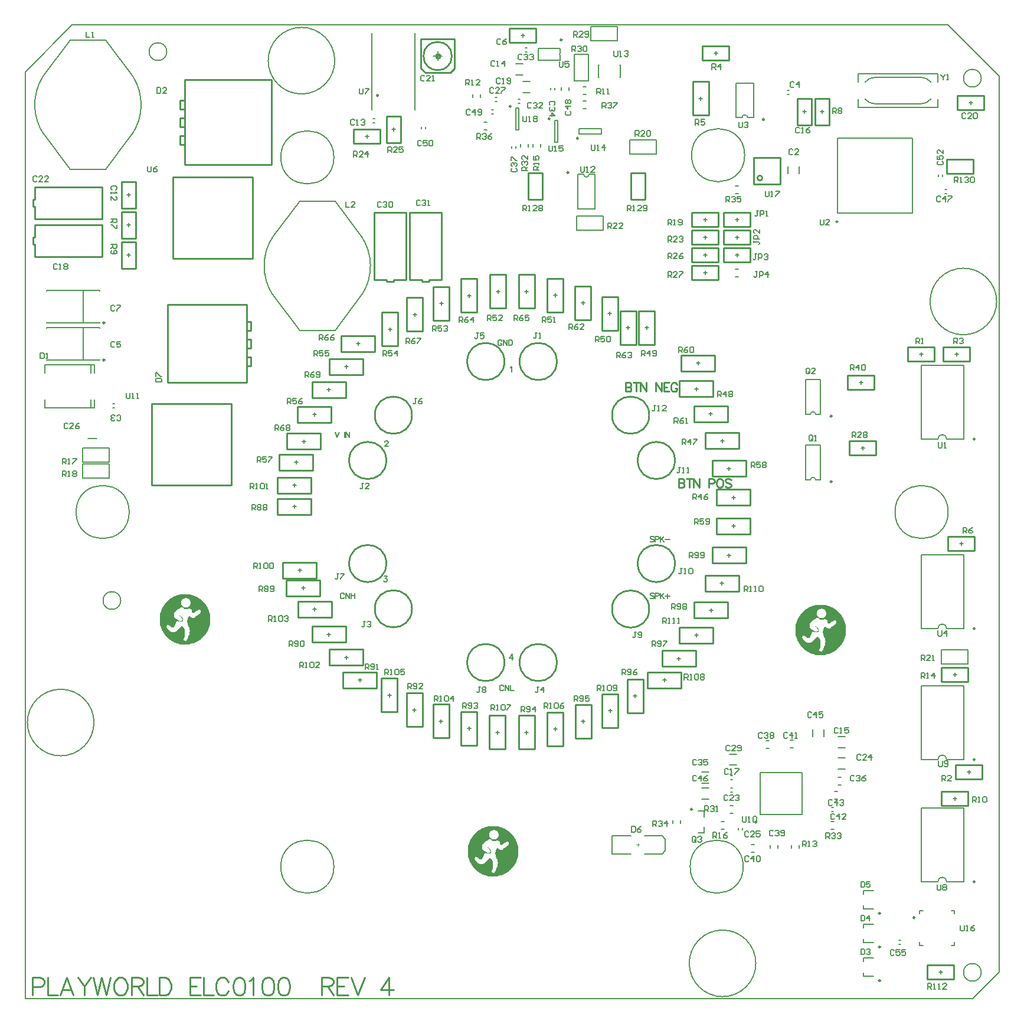
<source format=gto>
%FSLAX23Y23*%
%MOIN*%
G70*
G01*
G75*
G04 Layer_Color=65535*
%ADD10C,0.150*%
%ADD11R,0.050X0.055*%
%ADD12R,0.118X0.118*%
%ADD13R,0.010X0.041*%
%ADD14R,0.041X0.010*%
%ADD15R,0.094X0.071*%
%ADD16R,0.035X0.049*%
%ADD17R,0.055X0.022*%
%ADD18R,0.022X0.055*%
%ADD19R,0.049X0.035*%
%ADD20R,0.033X0.024*%
%ADD21R,0.047X0.024*%
%ADD22R,0.012X0.035*%
%ADD23R,0.025X0.050*%
%ADD24R,0.063X0.012*%
%ADD25R,0.012X0.063*%
%ADD26R,0.055X0.065*%
%ADD27R,0.055X0.050*%
%ADD28R,0.087X0.024*%
%ADD29R,0.065X0.055*%
%ADD30R,0.037X0.035*%
%ADD31R,0.089X0.024*%
%ADD32R,0.102X0.094*%
%ADD33R,0.100X0.100*%
%ADD34R,0.050X0.110*%
%ADD35C,0.050*%
%ADD36R,0.037X0.035*%
%ADD37R,0.087X0.024*%
%ADD38R,0.100X0.100*%
%ADD39R,0.217X0.079*%
%ADD40R,0.160X0.080*%
%ADD41R,0.450X0.450*%
%ADD42R,0.110X0.115*%
%ADD43R,0.410X0.425*%
%ADD44R,0.085X0.036*%
%ADD45R,0.217X0.280*%
%ADD46R,0.039X0.063*%
%ADD47R,0.059X0.051*%
%ADD48R,0.079X0.126*%
%ADD49R,0.079X0.126*%
%ADD50R,0.140X0.060*%
%ADD51R,0.330X0.420*%
%ADD52R,0.022X0.057*%
%ADD53R,0.022X0.057*%
%ADD54R,0.081X0.024*%
%ADD55R,0.039X0.069*%
%ADD56R,0.069X0.039*%
%ADD57R,0.012X0.063*%
%ADD58R,0.031X0.033*%
%ADD59R,0.033X0.031*%
%ADD60C,0.020*%
%ADD61C,0.010*%
%ADD62C,0.040*%
%ADD63C,0.035*%
%ADD64C,0.100*%
%ADD65C,0.075*%
%ADD66C,0.050*%
%ADD67C,0.025*%
%ADD68C,0.015*%
%ADD69C,0.016*%
%ADD70C,0.004*%
%ADD71C,0.008*%
%ADD72R,0.169X0.169*%
%ADD73C,0.200*%
%ADD74C,0.150*%
%ADD75C,0.125*%
%ADD76C,0.250*%
%ADD77C,0.169*%
%ADD78C,0.070*%
%ADD79C,0.100*%
%ADD80C,0.390*%
%ADD81C,0.065*%
%ADD82R,0.065X0.065*%
%ADD83C,0.150*%
%ADD84C,0.024*%
%ADD85C,0.028*%
%ADD86C,0.034*%
%ADD87C,0.025*%
%ADD88C,0.165*%
%ADD89C,0.290*%
%ADD90C,0.209*%
%ADD91C,0.085*%
%ADD92C,0.102*%
%ADD93C,0.430*%
%ADD94C,0.080*%
%ADD95C,0.131*%
%ADD96C,0.052*%
%ADD97C,0.055*%
%ADD98C,0.090*%
%ADD99C,0.068*%
%ADD100C,0.074*%
G04:AMPARAMS|DCode=101|XSize=43mil|YSize=59mil|CornerRadius=0mil|HoleSize=0mil|Usage=FLASHONLY|Rotation=240.000|XOffset=0mil|YOffset=0mil|HoleType=Round|Shape=Rectangle|*
%AMROTATEDRECTD101*
4,1,4,-0.015,0.034,0.036,0.004,0.015,-0.034,-0.036,-0.004,-0.015,0.034,0.0*
%
%ADD101ROTATEDRECTD101*%

G04:AMPARAMS|DCode=102|XSize=43mil|YSize=59mil|CornerRadius=0mil|HoleSize=0mil|Usage=FLASHONLY|Rotation=255.000|XOffset=0mil|YOffset=0mil|HoleType=Round|Shape=Rectangle|*
%AMROTATEDRECTD102*
4,1,4,-0.023,0.029,0.034,0.013,0.023,-0.029,-0.034,-0.013,-0.023,0.029,0.0*
%
%ADD102ROTATEDRECTD102*%

G04:AMPARAMS|DCode=103|XSize=43mil|YSize=59mil|CornerRadius=0mil|HoleSize=0mil|Usage=FLASHONLY|Rotation=210.000|XOffset=0mil|YOffset=0mil|HoleType=Round|Shape=Rectangle|*
%AMROTATEDRECTD103*
4,1,4,0.004,0.036,0.034,-0.015,-0.004,-0.036,-0.034,0.015,0.004,0.036,0.0*
%
%ADD103ROTATEDRECTD103*%

G04:AMPARAMS|DCode=104|XSize=43mil|YSize=59mil|CornerRadius=0mil|HoleSize=0mil|Usage=FLASHONLY|Rotation=225.000|XOffset=0mil|YOffset=0mil|HoleType=Round|Shape=Rectangle|*
%AMROTATEDRECTD104*
4,1,4,-0.006,0.036,0.036,-0.006,0.006,-0.036,-0.036,0.006,-0.006,0.036,0.0*
%
%ADD104ROTATEDRECTD104*%

%ADD105R,0.043X0.059*%
G04:AMPARAMS|DCode=106|XSize=43mil|YSize=59mil|CornerRadius=0mil|HoleSize=0mil|Usage=FLASHONLY|Rotation=195.000|XOffset=0mil|YOffset=0mil|HoleType=Round|Shape=Rectangle|*
%AMROTATEDRECTD106*
4,1,4,0.013,0.034,0.029,-0.023,-0.013,-0.034,-0.029,0.023,0.013,0.034,0.0*
%
%ADD106ROTATEDRECTD106*%

G04:AMPARAMS|DCode=107|XSize=43mil|YSize=59mil|CornerRadius=0mil|HoleSize=0mil|Usage=FLASHONLY|Rotation=150.000|XOffset=0mil|YOffset=0mil|HoleType=Round|Shape=Rectangle|*
%AMROTATEDRECTD107*
4,1,4,0.034,0.015,0.004,-0.036,-0.034,-0.015,-0.004,0.036,0.034,0.015,0.0*
%
%ADD107ROTATEDRECTD107*%

G04:AMPARAMS|DCode=108|XSize=43mil|YSize=59mil|CornerRadius=0mil|HoleSize=0mil|Usage=FLASHONLY|Rotation=165.000|XOffset=0mil|YOffset=0mil|HoleType=Round|Shape=Rectangle|*
%AMROTATEDRECTD108*
4,1,4,0.029,0.023,0.013,-0.034,-0.029,-0.023,-0.013,0.034,0.029,0.023,0.0*
%
%ADD108ROTATEDRECTD108*%

G04:AMPARAMS|DCode=109|XSize=43mil|YSize=59mil|CornerRadius=0mil|HoleSize=0mil|Usage=FLASHONLY|Rotation=120.000|XOffset=0mil|YOffset=0mil|HoleType=Round|Shape=Rectangle|*
%AMROTATEDRECTD109*
4,1,4,0.036,-0.004,-0.015,-0.034,-0.036,0.004,0.015,0.034,0.036,-0.004,0.0*
%
%ADD109ROTATEDRECTD109*%

G04:AMPARAMS|DCode=110|XSize=43mil|YSize=59mil|CornerRadius=0mil|HoleSize=0mil|Usage=FLASHONLY|Rotation=135.000|XOffset=0mil|YOffset=0mil|HoleType=Round|Shape=Rectangle|*
%AMROTATEDRECTD110*
4,1,4,0.036,0.006,-0.006,-0.036,-0.036,-0.006,0.006,0.036,0.036,0.006,0.0*
%
%ADD110ROTATEDRECTD110*%

%ADD111R,0.059X0.043*%
G04:AMPARAMS|DCode=112|XSize=43mil|YSize=59mil|CornerRadius=0mil|HoleSize=0mil|Usage=FLASHONLY|Rotation=105.000|XOffset=0mil|YOffset=0mil|HoleType=Round|Shape=Rectangle|*
%AMROTATEDRECTD112*
4,1,4,0.034,-0.013,-0.023,-0.029,-0.034,0.013,0.023,0.029,0.034,-0.013,0.0*
%
%ADD112ROTATEDRECTD112*%

G04:AMPARAMS|DCode=113|XSize=43mil|YSize=59mil|CornerRadius=0mil|HoleSize=0mil|Usage=FLASHONLY|Rotation=262.500|XOffset=0mil|YOffset=0mil|HoleType=Round|Shape=Rectangle|*
%AMROTATEDRECTD113*
4,1,4,-0.026,0.025,0.032,0.018,0.026,-0.025,-0.032,-0.018,-0.026,0.025,0.0*
%
%ADD113ROTATEDRECTD113*%

G04:AMPARAMS|DCode=114|XSize=43mil|YSize=59mil|CornerRadius=0mil|HoleSize=0mil|Usage=FLASHONLY|Rotation=247.500|XOffset=0mil|YOffset=0mil|HoleType=Round|Shape=Rectangle|*
%AMROTATEDRECTD114*
4,1,4,-0.019,0.031,0.036,0.009,0.019,-0.031,-0.036,-0.009,-0.019,0.031,0.0*
%
%ADD114ROTATEDRECTD114*%

G04:AMPARAMS|DCode=115|XSize=43mil|YSize=59mil|CornerRadius=0mil|HoleSize=0mil|Usage=FLASHONLY|Rotation=232.500|XOffset=0mil|YOffset=0mil|HoleType=Round|Shape=Rectangle|*
%AMROTATEDRECTD115*
4,1,4,-0.010,0.035,0.037,-0.001,0.010,-0.035,-0.037,0.001,-0.010,0.035,0.0*
%
%ADD115ROTATEDRECTD115*%

G04:AMPARAMS|DCode=116|XSize=43mil|YSize=59mil|CornerRadius=0mil|HoleSize=0mil|Usage=FLASHONLY|Rotation=217.500|XOffset=0mil|YOffset=0mil|HoleType=Round|Shape=Rectangle|*
%AMROTATEDRECTD116*
4,1,4,-0.001,0.037,0.035,-0.010,0.001,-0.037,-0.035,0.010,-0.001,0.037,0.0*
%
%ADD116ROTATEDRECTD116*%

G04:AMPARAMS|DCode=117|XSize=43mil|YSize=59mil|CornerRadius=0mil|HoleSize=0mil|Usage=FLASHONLY|Rotation=202.500|XOffset=0mil|YOffset=0mil|HoleType=Round|Shape=Rectangle|*
%AMROTATEDRECTD117*
4,1,4,0.009,0.036,0.031,-0.019,-0.009,-0.036,-0.031,0.019,0.009,0.036,0.0*
%
%ADD117ROTATEDRECTD117*%

G04:AMPARAMS|DCode=118|XSize=43mil|YSize=59mil|CornerRadius=0mil|HoleSize=0mil|Usage=FLASHONLY|Rotation=187.500|XOffset=0mil|YOffset=0mil|HoleType=Round|Shape=Rectangle|*
%AMROTATEDRECTD118*
4,1,4,0.018,0.032,0.025,-0.026,-0.018,-0.032,-0.025,0.026,0.018,0.032,0.0*
%
%ADD118ROTATEDRECTD118*%

G04:AMPARAMS|DCode=119|XSize=43mil|YSize=59mil|CornerRadius=0mil|HoleSize=0mil|Usage=FLASHONLY|Rotation=172.500|XOffset=0mil|YOffset=0mil|HoleType=Round|Shape=Rectangle|*
%AMROTATEDRECTD119*
4,1,4,0.025,0.026,0.018,-0.032,-0.025,-0.026,-0.018,0.032,0.025,0.026,0.0*
%
%ADD119ROTATEDRECTD119*%

G04:AMPARAMS|DCode=120|XSize=43mil|YSize=59mil|CornerRadius=0mil|HoleSize=0mil|Usage=FLASHONLY|Rotation=157.500|XOffset=0mil|YOffset=0mil|HoleType=Round|Shape=Rectangle|*
%AMROTATEDRECTD120*
4,1,4,0.031,0.019,0.009,-0.036,-0.031,-0.019,-0.009,0.036,0.031,0.019,0.0*
%
%ADD120ROTATEDRECTD120*%

G04:AMPARAMS|DCode=121|XSize=43mil|YSize=59mil|CornerRadius=0mil|HoleSize=0mil|Usage=FLASHONLY|Rotation=142.500|XOffset=0mil|YOffset=0mil|HoleType=Round|Shape=Rectangle|*
%AMROTATEDRECTD121*
4,1,4,0.035,0.010,-0.001,-0.037,-0.035,-0.010,0.001,0.037,0.035,0.010,0.0*
%
%ADD121ROTATEDRECTD121*%

G04:AMPARAMS|DCode=122|XSize=43mil|YSize=59mil|CornerRadius=0mil|HoleSize=0mil|Usage=FLASHONLY|Rotation=127.500|XOffset=0mil|YOffset=0mil|HoleType=Round|Shape=Rectangle|*
%AMROTATEDRECTD122*
4,1,4,0.037,0.001,-0.010,-0.035,-0.037,-0.001,0.010,0.035,0.037,0.001,0.0*
%
%ADD122ROTATEDRECTD122*%

G04:AMPARAMS|DCode=123|XSize=43mil|YSize=59mil|CornerRadius=0mil|HoleSize=0mil|Usage=FLASHONLY|Rotation=112.500|XOffset=0mil|YOffset=0mil|HoleType=Round|Shape=Rectangle|*
%AMROTATEDRECTD123*
4,1,4,0.036,-0.009,-0.019,-0.031,-0.036,0.009,0.019,0.031,0.036,-0.009,0.0*
%
%ADD123ROTATEDRECTD123*%

G04:AMPARAMS|DCode=124|XSize=43mil|YSize=59mil|CornerRadius=0mil|HoleSize=0mil|Usage=FLASHONLY|Rotation=97.500|XOffset=0mil|YOffset=0mil|HoleType=Round|Shape=Rectangle|*
%AMROTATEDRECTD124*
4,1,4,0.032,-0.018,-0.026,-0.025,-0.032,0.018,0.026,0.025,0.032,-0.018,0.0*
%
%ADD124ROTATEDRECTD124*%

%ADD125C,0.006*%
%ADD126C,0.010*%
%ADD127C,0.005*%
%ADD128C,0.008*%
%ADD129C,0.002*%
%ADD130C,0.008*%
D61*
X1414Y1886D02*
G03*
X1414Y1886I-14J0D01*
G01*
X-43Y-850D02*
G03*
X-43Y-850I-105J0D01*
G01*
X-710Y-291D02*
G03*
X-710Y-291I-105J0D01*
G01*
X-565Y547D02*
G03*
X-565Y547I-105J0D01*
G01*
X-43Y850D02*
G03*
X-43Y850I-105J0D01*
G01*
X253Y-850D02*
G03*
X253Y-850I-105J0D01*
G01*
X-565Y-547D02*
G03*
X-565Y-547I-105J0D01*
G01*
X-710Y291D02*
G03*
X-710Y291I-105J0D01*
G01*
X253Y850D02*
G03*
X253Y850I-105J0D01*
G01*
X775Y547D02*
G03*
X775Y547I-105J0D01*
G01*
X920Y291D02*
G03*
X920Y291I-105J0D01*
G01*
Y-291D02*
G03*
X920Y-291I-105J0D01*
G01*
X775Y-548D02*
G03*
X775Y-548I-105J0D01*
G01*
X-340Y2575D02*
G03*
X-340Y2575I-80J0D01*
G01*
X1365Y1850D02*
Y2000D01*
X1515D01*
Y1850D02*
Y2000D01*
X1365Y1850D02*
X1515D01*
X848Y-872D02*
Y-782D01*
X1038D01*
Y-872D02*
Y-782D01*
X848Y-872D02*
X1038D01*
X-400Y1310D02*
Y1690D01*
X-580D02*
X-400D01*
X-580Y1310D02*
Y1690D01*
Y1310D02*
X-510D01*
Y1300D02*
Y1310D01*
Y1300D02*
X-470D01*
Y1310D01*
X-400D01*
X1020Y2240D02*
Y2430D01*
Y2240D02*
X1110D01*
Y2430D01*
X1020D02*
X1110D01*
X1165Y1310D02*
Y1390D01*
X1015Y1310D02*
X1165D01*
X1015D02*
Y1390D01*
X1165D01*
Y1410D02*
Y1490D01*
X1015Y1410D02*
X1165D01*
X1015D02*
Y1490D01*
X1165D01*
Y1510D02*
Y1590D01*
X1015Y1510D02*
X1165D01*
X1015D02*
Y1590D01*
X1165D01*
Y1610D02*
Y1690D01*
X1015Y1610D02*
X1165D01*
X1015D02*
Y1690D01*
X1165D01*
X1195Y1410D02*
Y1490D01*
X1345D01*
Y1410D02*
Y1490D01*
X1195Y1410D02*
X1345D01*
X1195Y1510D02*
Y1590D01*
X1345D01*
Y1510D02*
Y1590D01*
X1195Y1510D02*
X1345D01*
X1895Y770D02*
X2045D01*
X1895Y690D02*
Y770D01*
Y690D02*
X2045D01*
Y770D01*
X-410Y2565D02*
Y2585D01*
X-430Y2565D02*
X-410D01*
X-430D02*
Y2585D01*
X-410D01*
X-370Y2480D02*
X-350D01*
X-325Y2505D01*
Y2670D01*
X-370D02*
X-325D01*
X-515D02*
X-470D01*
X-515Y2505D02*
Y2670D01*
Y2505D02*
X-490Y2480D01*
X-470D01*
X-480D02*
X-360D01*
X-480Y2670D02*
X-360D01*
X1092Y358D02*
X1282D01*
Y448D01*
X1092D02*
X1282D01*
X1092Y358D02*
Y448D01*
X946Y650D02*
X1136D01*
Y740D01*
X946D02*
X1136D01*
X946Y650D02*
Y740D01*
X805Y945D02*
Y1135D01*
X715D02*
X805D01*
X715Y945D02*
Y1135D01*
Y945D02*
X805D01*
X598Y1026D02*
Y1216D01*
X508D02*
X598D01*
X508Y1026D02*
Y1216D01*
Y1026D02*
X598D01*
X289Y1129D02*
Y1319D01*
X199D02*
X289D01*
X199Y1129D02*
Y1319D01*
Y1129D02*
X289D01*
X-35Y1150D02*
Y1340D01*
X-125D02*
X-35D01*
X-125Y1150D02*
Y1340D01*
Y1150D02*
X-35D01*
X-355Y1082D02*
Y1272D01*
X-445D02*
X-355D01*
X-445Y1082D02*
Y1272D01*
Y1082D02*
X-355D01*
X-645Y938D02*
Y1128D01*
X-735D02*
X-645D01*
X-735Y938D02*
Y1128D01*
Y938D02*
X-645D01*
X-1031Y866D02*
X-841D01*
X-1031Y776D02*
Y866D01*
Y776D02*
X-841D01*
Y866D01*
X-1211Y595D02*
X-1021D01*
X-1211Y505D02*
Y595D01*
Y505D02*
X-1021D01*
Y595D01*
X-1315Y325D02*
X-1125D01*
X-1315Y235D02*
Y325D01*
Y235D02*
X-1125D01*
Y325D01*
X1130Y200D02*
X1320D01*
Y290D01*
X1130D02*
X1320D01*
X1130Y200D02*
Y290D01*
X1155Y-125D02*
X1345D01*
Y-35D01*
X1155D02*
X1345D01*
X1155Y-125D02*
Y-35D01*
X955Y795D02*
X1145D01*
Y885D01*
X955D02*
X1145D01*
X955Y795D02*
Y885D01*
X1027Y509D02*
X1217D01*
Y599D01*
X1027D02*
X1217D01*
X1027Y509D02*
Y599D01*
X446Y1086D02*
Y1276D01*
X356D02*
X446D01*
X356Y1086D02*
Y1276D01*
Y1086D02*
X446D01*
X700Y945D02*
Y1135D01*
X610D02*
X700D01*
X610Y945D02*
Y1135D01*
Y945D02*
X700D01*
X-198Y1127D02*
Y1317D01*
X-288D02*
X-198D01*
X-288Y1127D02*
Y1317D01*
Y1127D02*
X-198D01*
X127Y1150D02*
Y1340D01*
X37D02*
X127D01*
X37Y1150D02*
Y1340D01*
Y1150D02*
X127D01*
X-965Y995D02*
X-775D01*
X-965Y905D02*
Y995D01*
Y905D02*
X-775D01*
Y995D01*
X-505Y1020D02*
Y1210D01*
X-595D02*
X-505D01*
X-595Y1020D02*
Y1210D01*
Y1020D02*
X-505D01*
X-1271Y444D02*
X-1081D01*
X-1271Y354D02*
Y444D01*
Y354D02*
X-1081D01*
Y444D01*
X-1130Y736D02*
X-940D01*
X-1130Y646D02*
Y736D01*
Y646D02*
X-940D01*
Y736D01*
X-1325Y75D02*
X-1135D01*
X-1325Y-15D02*
Y75D01*
Y-15D02*
X-1135D01*
Y75D01*
X-1274Y-385D02*
X-1084D01*
X-1274Y-475D02*
Y-385D01*
Y-475D02*
X-1084D01*
Y-385D01*
X-1129Y-646D02*
X-939D01*
X-1129Y-736D02*
Y-646D01*
Y-736D02*
X-939D01*
Y-646D01*
X-955Y-905D02*
X-765D01*
X-955Y-995D02*
Y-905D01*
Y-995D02*
X-765D01*
Y-905D01*
X-596Y-1213D02*
Y-1023D01*
Y-1213D02*
X-506D01*
Y-1023D01*
X-596D02*
X-506D01*
X-288Y-1318D02*
Y-1128D01*
Y-1318D02*
X-198D01*
Y-1128D01*
X-288D02*
X-198D01*
X37Y-1339D02*
Y-1149D01*
Y-1339D02*
X127D01*
Y-1149D01*
X37D02*
X127D01*
X357Y-1278D02*
Y-1088D01*
Y-1278D02*
X447D01*
Y-1088D01*
X357D02*
X447D01*
X650Y-1135D02*
Y-945D01*
Y-1135D02*
X740D01*
Y-945D01*
X650D02*
X740D01*
X1029Y-599D02*
X1219D01*
Y-509D01*
X1029D02*
X1219D01*
X1029Y-599D02*
Y-509D01*
X1131Y-289D02*
X1321D01*
Y-199D01*
X1131D02*
X1321D01*
X1131Y-289D02*
Y-199D01*
X-1295Y-285D02*
X-1105D01*
X-1295Y-375D02*
Y-285D01*
Y-375D02*
X-1105D01*
Y-285D01*
X-1325Y195D02*
X-1135D01*
X-1325Y105D02*
Y195D01*
Y105D02*
X-1135D01*
Y195D01*
X-1031Y-776D02*
X-841D01*
X-1031Y-866D02*
Y-776D01*
Y-866D02*
X-841D01*
Y-776D01*
X-1210Y-505D02*
X-1020D01*
X-1210Y-595D02*
Y-505D01*
Y-595D02*
X-1020D01*
Y-505D01*
X-446Y-1276D02*
Y-1086D01*
Y-1276D02*
X-356D01*
Y-1086D01*
X-446D02*
X-356D01*
X-737Y-1130D02*
Y-940D01*
Y-1130D02*
X-647D01*
Y-940D01*
X-737D02*
X-647D01*
X199Y-1321D02*
Y-1131D01*
Y-1321D02*
X289D01*
Y-1131D01*
X199D02*
X289D01*
X-127Y-1340D02*
Y-1150D01*
Y-1340D02*
X-37D01*
Y-1150D01*
X-127D02*
X-37D01*
X765Y-995D02*
X955D01*
Y-905D01*
X765D02*
X955D01*
X765Y-995D02*
Y-905D01*
X509Y-1218D02*
Y-1028D01*
Y-1218D02*
X599D01*
Y-1028D01*
X509D02*
X599D01*
X1091Y-447D02*
X1281D01*
Y-357D01*
X1091D02*
X1281D01*
X1091Y-447D02*
Y-357D01*
X946Y-741D02*
X1136D01*
Y-651D01*
X946D02*
X1136D01*
X946Y-741D02*
Y-651D01*
X2495Y-2640D02*
Y-2560D01*
X2345Y-2640D02*
X2495D01*
X2345D02*
Y-2560D01*
X2495D01*
X2385Y850D02*
Y930D01*
X2235Y850D02*
X2385D01*
X2235D02*
Y930D01*
X2385D01*
X2505Y-1510D02*
Y-1430D01*
X2655D01*
Y-1510D02*
Y-1430D01*
X2505Y-1510D02*
X2655D01*
X2585Y850D02*
Y930D01*
X2435Y850D02*
X2585D01*
X2435D02*
Y930D01*
X2585D01*
X2612Y-220D02*
Y-140D01*
X2462Y-220D02*
X2612D01*
X2462D02*
Y-140D01*
X2612D01*
X-2205Y1695D02*
X-2125D01*
Y1545D02*
Y1695D01*
X-2205Y1545D02*
X-2125D01*
X-2205D02*
Y1695D01*
Y1525D02*
X-2125D01*
Y1375D02*
Y1525D01*
X-2205Y1375D02*
X-2125D01*
X-2205D02*
Y1525D01*
X2575Y-1660D02*
Y-1580D01*
X2425Y-1660D02*
X2575D01*
X2425D02*
Y-1580D01*
X2575D01*
Y-960D02*
Y-880D01*
X2425Y-960D02*
X2575D01*
X2425D02*
Y-880D01*
X2575D01*
X-745Y2080D02*
Y2160D01*
X-895Y2080D02*
X-745D01*
X-895D02*
Y2160D01*
X-745D01*
X-710Y2235D02*
X-630D01*
Y2085D02*
Y2235D01*
X-710Y2085D02*
X-630D01*
X-710D02*
Y2235D01*
X2055Y320D02*
Y400D01*
X1905Y320D02*
X2055D01*
X1905D02*
Y400D01*
X2055D01*
X-2695Y1655D02*
X-2315D01*
Y1835D01*
X-2695D02*
X-2315D01*
X-2695Y1765D02*
Y1835D01*
X-2705Y1765D02*
X-2695D01*
X-2705Y1725D02*
Y1765D01*
Y1725D02*
X-2695D01*
Y1655D02*
Y1725D01*
X-15Y2730D02*
X135D01*
X-15Y2650D02*
Y2730D01*
Y2650D02*
X135D01*
Y2730D01*
X-2125Y1715D02*
Y1865D01*
X-2205D02*
X-2125D01*
X-2205Y1715D02*
Y1865D01*
Y1715D02*
X-2125D01*
X170Y1765D02*
Y1915D01*
X90D02*
X170D01*
X90Y1765D02*
Y1915D01*
Y1765D02*
X170D01*
X750D02*
Y1915D01*
X670D02*
X750D01*
X670Y1765D02*
Y1915D01*
Y1765D02*
X750D01*
X1610Y2335D02*
X1690D01*
Y2185D02*
Y2335D01*
X1610Y2185D02*
X1690D01*
X1610D02*
Y2335D01*
X1075Y2630D02*
X1225D01*
X1075Y2550D02*
Y2630D01*
Y2550D02*
X1225D01*
Y2630D01*
X1710Y2185D02*
X1790D01*
X1710D02*
Y2335D01*
X1790D01*
Y2185D02*
Y2335D01*
X2515Y2270D02*
X2665D01*
Y2350D01*
X2515D02*
X2665D01*
X2515Y2270D02*
Y2350D01*
X2455Y1910D02*
X2605D01*
Y1990D01*
X2455D02*
X2605D01*
X2455Y1910D02*
Y1990D01*
X1155Y37D02*
Y127D01*
X1345D01*
Y37D02*
Y127D01*
X1155Y37D02*
X1345D01*
X-2695Y1440D02*
Y1510D01*
X-2705D02*
X-2695D01*
X-2705D02*
Y1550D01*
X-2695D01*
Y1620D01*
X-2315D01*
Y1440D02*
Y1620D01*
X-2695Y1440D02*
X-2315D01*
X-1850Y2000D02*
Y2400D01*
X-1360Y1960D02*
Y2440D01*
X-1850Y1960D02*
X-1360D01*
X-1850D02*
Y2075D01*
X-1875D02*
X-1850D01*
X-1875D02*
Y2125D01*
X-1850D01*
Y2175D01*
X-1875D02*
X-1850D01*
X-1875D02*
Y2225D01*
X-1850D01*
Y2275D01*
X-1875D02*
X-1850D01*
X-1875D02*
Y2325D01*
X-1850D01*
Y2440D01*
X-1360D01*
X-1915Y1430D02*
Y1890D01*
Y1430D02*
X-1465D01*
Y1890D01*
X-1915D02*
X-1465D01*
X1195Y1610D02*
X1345D01*
Y1690D01*
X1195D02*
X1345D01*
X1195Y1610D02*
Y1690D01*
X-670Y1310D02*
X-600D01*
X-670Y1300D02*
Y1310D01*
X-710Y1300D02*
X-670D01*
X-710D02*
Y1310D01*
X-780D02*
X-710D01*
X-780D02*
Y1690D01*
X-600D01*
Y1310D02*
Y1690D01*
X-2035Y150D02*
Y610D01*
Y150D02*
X-1585D01*
Y610D01*
X-2035D02*
X-1585D01*
X-1945Y730D02*
X-1500D01*
Y825D01*
X-1475D01*
Y875D01*
X-1500D02*
X-1475D01*
X-1500D02*
Y925D01*
X-1475D01*
Y975D01*
X-1500D02*
X-1475D01*
X-1500D02*
Y1025D01*
X-1475D01*
Y1075D01*
X-1500D02*
X-1475D01*
X-1500D02*
Y1170D01*
X-1945D02*
X-1500D01*
X-1945Y730D02*
Y1170D01*
X-1500Y750D02*
Y1150D01*
X-1758Y-2630D02*
X-1820D01*
Y-2730D01*
X-1758D01*
X-1820Y-2678D02*
X-1782D01*
X-1741Y-2630D02*
Y-2730D01*
X-1684D01*
X-1602Y-2654D02*
X-1607Y-2644D01*
X-1616Y-2635D01*
X-1626Y-2630D01*
X-1645D01*
X-1654Y-2635D01*
X-1664Y-2644D01*
X-1669Y-2654D01*
X-1673Y-2668D01*
Y-2692D01*
X-1669Y-2706D01*
X-1664Y-2716D01*
X-1654Y-2725D01*
X-1645Y-2730D01*
X-1626D01*
X-1616Y-2725D01*
X-1607Y-2716D01*
X-1602Y-2706D01*
X-1545Y-2630D02*
X-1560Y-2635D01*
X-1569Y-2649D01*
X-1574Y-2673D01*
Y-2687D01*
X-1569Y-2711D01*
X-1560Y-2725D01*
X-1545Y-2730D01*
X-1536D01*
X-1521Y-2725D01*
X-1512Y-2711D01*
X-1507Y-2687D01*
Y-2673D01*
X-1512Y-2649D01*
X-1521Y-2635D01*
X-1536Y-2630D01*
X-1545D01*
X-1485Y-2649D02*
X-1475Y-2644D01*
X-1461Y-2630D01*
Y-2730D01*
X-1383Y-2630D02*
X-1397Y-2635D01*
X-1407Y-2649D01*
X-1412Y-2673D01*
Y-2687D01*
X-1407Y-2711D01*
X-1397Y-2725D01*
X-1383Y-2730D01*
X-1373D01*
X-1359Y-2725D01*
X-1350Y-2711D01*
X-1345Y-2687D01*
Y-2673D01*
X-1350Y-2649D01*
X-1359Y-2635D01*
X-1373Y-2630D01*
X-1383D01*
X-1294D02*
X-1308Y-2635D01*
X-1318Y-2649D01*
X-1322Y-2673D01*
Y-2687D01*
X-1318Y-2711D01*
X-1308Y-2725D01*
X-1294Y-2730D01*
X-1284D01*
X-1270Y-2725D01*
X-1261Y-2711D01*
X-1256Y-2687D01*
Y-2673D01*
X-1261Y-2649D01*
X-1270Y-2635D01*
X-1284Y-2630D01*
X-1294D01*
X-1076D02*
Y-2730D01*
Y-2630D02*
X-1034D01*
X-1019Y-2635D01*
X-1014Y-2640D01*
X-1010Y-2649D01*
Y-2659D01*
X-1014Y-2668D01*
X-1019Y-2673D01*
X-1034Y-2678D01*
X-1076D01*
X-1043D02*
X-1010Y-2730D01*
X-925Y-2630D02*
X-987D01*
Y-2730D01*
X-925D01*
X-987Y-2678D02*
X-949D01*
X-909Y-2630D02*
X-871Y-2730D01*
X-833Y-2630D02*
X-871Y-2730D01*
X-694Y-2630D02*
X-741Y-2697D01*
X-670D01*
X-694Y-2630D02*
Y-2730D01*
X-2710Y-2682D02*
X-2667D01*
X-2653Y-2678D01*
X-2648Y-2673D01*
X-2643Y-2663D01*
Y-2649D01*
X-2648Y-2640D01*
X-2653Y-2635D01*
X-2667Y-2630D01*
X-2710D01*
Y-2730D01*
X-2621Y-2630D02*
Y-2730D01*
X-2564D01*
X-2477D02*
X-2515Y-2630D01*
X-2553Y-2730D01*
X-2539Y-2697D02*
X-2491D01*
X-2453Y-2630D02*
X-2415Y-2678D01*
Y-2730D01*
X-2377Y-2630D02*
X-2415Y-2678D01*
X-2364Y-2630D02*
X-2341Y-2730D01*
X-2317Y-2630D02*
X-2341Y-2730D01*
X-2317Y-2630D02*
X-2293Y-2730D01*
X-2269Y-2630D02*
X-2293Y-2730D01*
X-2221Y-2630D02*
X-2230Y-2635D01*
X-2240Y-2644D01*
X-2244Y-2654D01*
X-2249Y-2668D01*
Y-2692D01*
X-2244Y-2706D01*
X-2240Y-2716D01*
X-2230Y-2725D01*
X-2221Y-2730D01*
X-2202D01*
X-2192Y-2725D01*
X-2182Y-2716D01*
X-2178Y-2706D01*
X-2173Y-2692D01*
Y-2668D01*
X-2178Y-2654D01*
X-2182Y-2644D01*
X-2192Y-2635D01*
X-2202Y-2630D01*
X-2221D01*
X-2150D02*
Y-2730D01*
Y-2630D02*
X-2107D01*
X-2093Y-2635D01*
X-2088Y-2640D01*
X-2083Y-2649D01*
Y-2659D01*
X-2088Y-2668D01*
X-2093Y-2673D01*
X-2107Y-2678D01*
X-2150D01*
X-2116D02*
X-2083Y-2730D01*
X-2061Y-2630D02*
Y-2730D01*
X-2003D01*
X-1993Y-2630D02*
Y-2730D01*
Y-2630D02*
X-1959D01*
X-1945Y-2635D01*
X-1935Y-2644D01*
X-1931Y-2654D01*
X-1926Y-2668D01*
Y-2692D01*
X-1931Y-2706D01*
X-1935Y-2716D01*
X-1945Y-2725D01*
X-1959Y-2730D01*
X-1993D01*
X640Y730D02*
Y680D01*
Y730D02*
X661D01*
X669Y728D01*
X671Y725D01*
X673Y720D01*
Y716D01*
X671Y711D01*
X669Y709D01*
X661Y706D01*
X640D02*
X661D01*
X669Y704D01*
X671Y701D01*
X673Y697D01*
Y690D01*
X671Y685D01*
X669Y682D01*
X661Y680D01*
X640D01*
X701Y730D02*
Y680D01*
X685Y730D02*
X718D01*
X724D02*
Y680D01*
Y730D02*
X757Y680D01*
Y730D02*
Y680D01*
X810Y730D02*
Y680D01*
Y730D02*
X844Y680D01*
Y730D02*
Y680D01*
X888Y730D02*
X857D01*
Y680D01*
X888D01*
X857Y706D02*
X876D01*
X932Y718D02*
X930Y723D01*
X925Y728D01*
X920Y730D01*
X911D01*
X906Y728D01*
X901Y723D01*
X899Y718D01*
X897Y711D01*
Y699D01*
X899Y692D01*
X901Y687D01*
X906Y682D01*
X911Y680D01*
X920D01*
X925Y682D01*
X930Y687D01*
X932Y692D01*
Y699D01*
X920D02*
X932D01*
X940Y188D02*
Y138D01*
Y188D02*
X961D01*
X969Y185D01*
X971Y183D01*
X973Y178D01*
Y173D01*
X971Y168D01*
X969Y166D01*
X961Y164D01*
X940D02*
X961D01*
X969Y161D01*
X971Y159D01*
X973Y154D01*
Y147D01*
X971Y142D01*
X969Y140D01*
X961Y138D01*
X940D01*
X1001Y188D02*
Y138D01*
X985Y188D02*
X1018D01*
X1024D02*
Y138D01*
Y188D02*
X1057Y138D01*
Y188D02*
Y138D01*
X1110Y161D02*
X1132D01*
X1139Y164D01*
X1141Y166D01*
X1144Y171D01*
Y178D01*
X1141Y183D01*
X1139Y185D01*
X1132Y188D01*
X1110D01*
Y138D01*
X1169Y188D02*
X1164Y185D01*
X1159Y180D01*
X1157Y176D01*
X1155Y168D01*
Y157D01*
X1157Y149D01*
X1159Y145D01*
X1164Y140D01*
X1169Y138D01*
X1179D01*
X1183Y140D01*
X1188Y145D01*
X1190Y149D01*
X1193Y157D01*
Y168D01*
X1190Y176D01*
X1188Y180D01*
X1183Y185D01*
X1179Y188D01*
X1169D01*
X1238Y180D02*
X1233Y185D01*
X1226Y188D01*
X1216D01*
X1209Y185D01*
X1204Y180D01*
Y176D01*
X1207Y171D01*
X1209Y168D01*
X1214Y166D01*
X1228Y161D01*
X1233Y159D01*
X1235Y157D01*
X1238Y152D01*
Y145D01*
X1233Y140D01*
X1226Y138D01*
X1216D01*
X1209Y140D01*
X1204Y145D01*
D70*
X492Y2439D02*
G03*
X492Y2439I-2J0D01*
G01*
X702Y-1880D02*
X718D01*
X710Y-1888D02*
Y-1872D01*
D71*
X-2648Y2462D02*
G03*
X-2643Y2131I253J-162D01*
G01*
X-2147Y2131D02*
G03*
X-2142Y2462I-248J169D01*
G01*
X-1348Y1559D02*
G03*
X-1353Y1228I248J-169D01*
G01*
X-847D02*
G03*
X-852Y1559I-253J162D01*
G01*
X-2162Y0D02*
G03*
X-2162Y0I-150J0D01*
G01*
X-1006Y-2003D02*
G03*
X-1006Y-2003I-150J0D01*
G01*
X1306D02*
G03*
X1306Y-2003I-150J0D01*
G01*
X2463Y0D02*
G03*
X2463Y0I-150J0D01*
G01*
X1314Y2015D02*
G03*
X1314Y2015I-150J0D01*
G01*
X-1006Y2003D02*
G03*
X-1006Y2003I-150J0D01*
G01*
X-2361Y-1189D02*
G03*
X-2361Y-1189I-188J0D01*
G01*
X1377Y-2549D02*
G03*
X1377Y-2549I-188J0D01*
G01*
X2737Y1189D02*
G03*
X2737Y1189I-188J0D01*
G01*
X-1001Y2549D02*
G03*
X-1001Y2549I-188J0D01*
G01*
X-2295Y2665D02*
X-2142Y2462D01*
X-2295Y1935D02*
X-2147Y2131D01*
X-2648Y2462D02*
X-2495Y2665D01*
X-2643Y2131D02*
X-2495Y1935D01*
X-2295D01*
X-2495Y2665D02*
X-2295D01*
X-1200Y1025D02*
X-1000D01*
X-1200Y1755D02*
X-1000D01*
X-852Y1559D01*
X-1000Y1025D02*
X-847Y1228D01*
X-1348Y1559D02*
X-1200Y1755D01*
X-1353Y1228D02*
X-1200Y1025D01*
X-2380Y785D02*
Y832D01*
Y588D02*
Y635D01*
X-2360Y588D02*
Y635D01*
Y785D02*
Y832D01*
X-2640Y588D02*
Y635D01*
Y785D02*
Y832D01*
X-2750Y-2750D02*
Y2485D01*
X-2485Y2750D02*
X2460D01*
X2750Y-2600D02*
Y2460D01*
X-2750Y-2750D02*
X2600D01*
X-2750Y2485D02*
X-2485Y2750D01*
X2460D02*
X2750Y2460D01*
X2600Y-2750D02*
X2750Y-2600D01*
D125*
X696Y2122D02*
Y2154D01*
X712D01*
X717Y2149D01*
Y2138D01*
X712Y2133D01*
X696D01*
X707D02*
X717Y2122D01*
X749D02*
X728D01*
X749Y2143D01*
Y2149D01*
X744Y2154D01*
X733D01*
X728Y2149D01*
X760D02*
X765Y2154D01*
X776D01*
X781Y2149D01*
Y2127D01*
X776Y2122D01*
X765D01*
X760Y2127D01*
Y2149D01*
X961Y-318D02*
X951D01*
X956D01*
Y-345D01*
X951Y-350D01*
X945D01*
X940Y-345D01*
X972Y-350D02*
X983D01*
X977D01*
Y-318D01*
X972Y-323D01*
X999D02*
X1004Y-318D01*
X1015D01*
X1020Y-323D01*
Y-345D01*
X1015Y-350D01*
X1004D01*
X999Y-345D01*
Y-323D01*
X-236Y2269D02*
X-241Y2274D01*
X-252D01*
X-257Y2269D01*
Y2247D01*
X-252Y2242D01*
X-241D01*
X-236Y2247D01*
X-209Y2242D02*
Y2274D01*
X-225Y2258D01*
X-204D01*
X-193Y2247D02*
X-188Y2242D01*
X-177D01*
X-172Y2247D01*
Y2269D01*
X-177Y2274D01*
X-188D01*
X-193Y2269D01*
Y2263D01*
X-188Y2258D01*
X-172D01*
X-890Y2212D02*
X-895Y2217D01*
X-906D01*
X-911Y2212D01*
Y2190D01*
X-906Y2185D01*
X-895D01*
X-890Y2190D01*
X-879Y2185D02*
X-868D01*
X-874D01*
Y2217D01*
X-879Y2212D01*
X-852D02*
X-847Y2217D01*
X-836D01*
X-831Y2212D01*
Y2206D01*
X-836Y2201D01*
X-842D01*
X-836D01*
X-831Y2196D01*
Y2190D01*
X-836Y2185D01*
X-847D01*
X-852Y2190D01*
X2158Y-2477D02*
X2153Y-2472D01*
X2142D01*
X2137Y-2477D01*
Y-2499D01*
X2142Y-2504D01*
X2153D01*
X2158Y-2499D01*
X2190Y-2472D02*
X2169D01*
Y-2488D01*
X2180Y-2483D01*
X2185D01*
X2190Y-2488D01*
Y-2499D01*
X2185Y-2504D01*
X2174D01*
X2169Y-2499D01*
X2222Y-2472D02*
X2201D01*
Y-2488D01*
X2212Y-2483D01*
X2217D01*
X2222Y-2488D01*
Y-2499D01*
X2217Y-2504D01*
X2206D01*
X2201Y-2499D01*
X2407Y1981D02*
X2402Y1976D01*
Y1965D01*
X2407Y1960D01*
X2429D01*
X2434Y1965D01*
Y1976D01*
X2429Y1981D01*
X2402Y2013D02*
Y1992D01*
X2418D01*
X2413Y2003D01*
Y2008D01*
X2418Y2013D01*
X2429D01*
X2434Y2008D01*
Y1997D01*
X2429Y1992D01*
X2434Y2045D02*
Y2024D01*
X2413Y2045D01*
X2407D01*
X2402Y2040D01*
Y2029D01*
X2407Y2024D01*
X-512Y2094D02*
X-517Y2099D01*
X-528D01*
X-533Y2094D01*
Y2072D01*
X-528Y2067D01*
X-517D01*
X-512Y2072D01*
X-480Y2099D02*
X-501D01*
Y2083D01*
X-490Y2088D01*
X-485D01*
X-480Y2083D01*
Y2072D01*
X-485Y2067D01*
X-496D01*
X-501Y2072D01*
X-469Y2094D02*
X-464Y2099D01*
X-453D01*
X-448Y2094D01*
Y2072D01*
X-453Y2067D01*
X-464D01*
X-469Y2072D01*
Y2094D01*
X2420Y1779D02*
X2415Y1784D01*
X2404D01*
X2399Y1779D01*
Y1757D01*
X2404Y1752D01*
X2415D01*
X2420Y1757D01*
X2447Y1752D02*
Y1784D01*
X2431Y1768D01*
X2452D01*
X2463Y1784D02*
X2484D01*
Y1779D01*
X2463Y1757D01*
Y1752D01*
X1821Y-1709D02*
X1816Y-1704D01*
X1805D01*
X1800Y-1709D01*
Y-1731D01*
X1805Y-1736D01*
X1816D01*
X1821Y-1731D01*
X1848Y-1736D02*
Y-1704D01*
X1832Y-1720D01*
X1853D01*
X1885Y-1736D02*
X1864D01*
X1885Y-1715D01*
Y-1709D01*
X1880Y-1704D01*
X1869D01*
X1864Y-1709D01*
X1Y1941D02*
X-4Y1936D01*
Y1925D01*
X1Y1920D01*
X23D01*
X28Y1925D01*
Y1936D01*
X23Y1941D01*
X1Y1952D02*
X-4Y1957D01*
Y1968D01*
X1Y1973D01*
X7D01*
X12Y1968D01*
Y1963D01*
Y1968D01*
X17Y1973D01*
X23D01*
X28Y1968D01*
Y1957D01*
X23Y1952D01*
X-4Y1984D02*
Y2005D01*
X1D01*
X23Y1984D01*
X28D01*
X237Y2298D02*
X242Y2303D01*
Y2314D01*
X237Y2319D01*
X215D01*
X210Y2314D01*
Y2303D01*
X215Y2298D01*
X237Y2287D02*
X242Y2282D01*
Y2271D01*
X237Y2266D01*
X231D01*
X226Y2271D01*
Y2276D01*
Y2271D01*
X221Y2266D01*
X215D01*
X210Y2271D01*
Y2282D01*
X215Y2287D01*
X210Y2239D02*
X242D01*
X226Y2255D01*
Y2234D01*
X56Y2581D02*
X51Y2586D01*
X40D01*
X35Y2581D01*
Y2559D01*
X40Y2554D01*
X51D01*
X56Y2559D01*
X67Y2581D02*
X72Y2586D01*
X83D01*
X88Y2581D01*
Y2575D01*
X83Y2570D01*
X78D01*
X83D01*
X88Y2565D01*
Y2559D01*
X83Y2554D01*
X72D01*
X67Y2559D01*
X99Y2581D02*
X104Y2586D01*
X115D01*
X120Y2581D01*
Y2575D01*
X115Y2570D01*
X110D01*
X115D01*
X120Y2565D01*
Y2559D01*
X115Y2554D01*
X104D01*
X99Y2559D01*
X109Y2307D02*
X104Y2312D01*
X93D01*
X88Y2307D01*
Y2285D01*
X93Y2280D01*
X104D01*
X109Y2285D01*
X120Y2307D02*
X125Y2312D01*
X136D01*
X141Y2307D01*
Y2301D01*
X136Y2296D01*
X131D01*
X136D01*
X141Y2291D01*
Y2285D01*
X136Y2280D01*
X125D01*
X120Y2285D01*
X173Y2280D02*
X152D01*
X173Y2301D01*
Y2307D01*
X168Y2312D01*
X157D01*
X152Y2307D01*
X-104Y2393D02*
X-109Y2398D01*
X-120D01*
X-125Y2393D01*
Y2371D01*
X-120Y2366D01*
X-109D01*
X-104Y2371D01*
X-72Y2366D02*
X-93D01*
X-72Y2387D01*
Y2393D01*
X-77Y2398D01*
X-88D01*
X-93Y2393D01*
X-61Y2398D02*
X-40D01*
Y2393D01*
X-61Y2371D01*
Y2366D01*
X1336Y-1808D02*
X1331Y-1803D01*
X1320D01*
X1315Y-1808D01*
Y-1830D01*
X1320Y-1835D01*
X1331D01*
X1336Y-1830D01*
X1368Y-1835D02*
X1347D01*
X1368Y-1814D01*
Y-1808D01*
X1363Y-1803D01*
X1352D01*
X1347Y-1808D01*
X1400Y-1803D02*
X1379D01*
Y-1819D01*
X1390Y-1814D01*
X1395D01*
X1400Y-1819D01*
Y-1830D01*
X1395Y-1835D01*
X1384D01*
X1379Y-1830D01*
X1218Y-1603D02*
X1213Y-1598D01*
X1202D01*
X1197Y-1603D01*
Y-1625D01*
X1202Y-1630D01*
X1213D01*
X1218Y-1625D01*
X1250Y-1630D02*
X1229D01*
X1250Y-1609D01*
Y-1603D01*
X1245Y-1598D01*
X1234D01*
X1229Y-1603D01*
X1261D02*
X1266Y-1598D01*
X1277D01*
X1282Y-1603D01*
Y-1609D01*
X1277Y-1614D01*
X1271D01*
X1277D01*
X1282Y-1619D01*
Y-1625D01*
X1277Y-1630D01*
X1266D01*
X1261Y-1625D01*
X1221Y-1455D02*
X1216Y-1450D01*
X1205D01*
X1200Y-1455D01*
Y-1477D01*
X1205Y-1482D01*
X1216D01*
X1221Y-1477D01*
X1232Y-1482D02*
X1243D01*
X1237D01*
Y-1450D01*
X1232Y-1455D01*
X1259Y-1450D02*
X1280D01*
Y-1455D01*
X1259Y-1477D01*
Y-1482D01*
X1593Y2425D02*
X1588Y2430D01*
X1577D01*
X1572Y2425D01*
Y2403D01*
X1577Y2398D01*
X1588D01*
X1593Y2403D01*
X1620Y2398D02*
Y2430D01*
X1604Y2414D01*
X1625D01*
X-2232Y521D02*
X-2226Y516D01*
X-2216D01*
X-2211Y521D01*
Y542D01*
X-2216Y548D01*
X-2226D01*
X-2232Y542D01*
X-2242Y521D02*
X-2248Y516D01*
X-2258D01*
X-2264Y521D01*
Y526D01*
X-2258Y532D01*
X-2253D01*
X-2258D01*
X-2264Y537D01*
Y542D01*
X-2258Y548D01*
X-2248D01*
X-2242Y542D01*
X1586Y2045D02*
X1581Y2050D01*
X1570D01*
X1565Y2045D01*
Y2023D01*
X1570Y2018D01*
X1581D01*
X1586Y2023D01*
X1618Y2018D02*
X1597D01*
X1618Y2039D01*
Y2045D01*
X1613Y2050D01*
X1602D01*
X1597Y2045D01*
X-66Y2446D02*
X-71Y2451D01*
X-82D01*
X-87Y2446D01*
Y2424D01*
X-82Y2419D01*
X-71D01*
X-66Y2424D01*
X-55Y2419D02*
X-44D01*
X-50D01*
Y2451D01*
X-55Y2446D01*
X-28Y2424D02*
X-23Y2419D01*
X-12D01*
X-7Y2424D01*
Y2446D01*
X-12Y2451D01*
X-23D01*
X-28Y2446D01*
Y2440D01*
X-23Y2435D01*
X-7D01*
X-97Y2544D02*
X-102Y2549D01*
X-113D01*
X-118Y2544D01*
Y2522D01*
X-113Y2517D01*
X-102D01*
X-97Y2522D01*
X-86Y2517D02*
X-75D01*
X-81D01*
Y2549D01*
X-86Y2544D01*
X-43Y2517D02*
Y2549D01*
X-59Y2533D01*
X-38D01*
X62Y2236D02*
Y2209D01*
X67Y2204D01*
X78D01*
X83Y2209D01*
Y2236D01*
X94Y2204D02*
X105D01*
X99D01*
Y2236D01*
X94Y2231D01*
X121D02*
X126Y2236D01*
X137D01*
X142Y2231D01*
Y2225D01*
X137Y2220D01*
X142Y2215D01*
Y2209D01*
X137Y2204D01*
X126D01*
X121Y2209D01*
Y2215D01*
X126Y2220D01*
X121Y2225D01*
Y2231D01*
X126Y2220D02*
X137D01*
X509Y2281D02*
Y2313D01*
X525D01*
X530Y2308D01*
Y2297D01*
X525Y2292D01*
X509D01*
X520D02*
X530Y2281D01*
X541Y2308D02*
X546Y2313D01*
X557D01*
X562Y2308D01*
Y2302D01*
X557Y2297D01*
X552D01*
X557D01*
X562Y2292D01*
Y2286D01*
X557Y2281D01*
X546D01*
X541Y2286D01*
X573Y2313D02*
X594D01*
Y2308D01*
X573Y2286D01*
Y2281D01*
X-199Y2105D02*
Y2137D01*
X-183D01*
X-178Y2132D01*
Y2121D01*
X-183Y2116D01*
X-199D01*
X-188D02*
X-178Y2105D01*
X-167Y2132D02*
X-162Y2137D01*
X-151D01*
X-146Y2132D01*
Y2126D01*
X-151Y2121D01*
X-156D01*
X-151D01*
X-146Y2116D01*
Y2110D01*
X-151Y2105D01*
X-162D01*
X-167Y2110D01*
X-114Y2137D02*
X-124Y2132D01*
X-135Y2121D01*
Y2110D01*
X-130Y2105D01*
X-119D01*
X-114Y2110D01*
Y2116D01*
X-119Y2121D01*
X-135D01*
X-262Y2411D02*
Y2443D01*
X-246D01*
X-241Y2438D01*
Y2427D01*
X-246Y2422D01*
X-262D01*
X-251D02*
X-241Y2411D01*
X-230D02*
X-219D01*
X-225D01*
Y2443D01*
X-230Y2438D01*
X-182Y2411D02*
X-203D01*
X-182Y2432D01*
Y2438D01*
X-187Y2443D01*
X-198D01*
X-203Y2438D01*
X479Y2360D02*
Y2392D01*
X495D01*
X500Y2387D01*
Y2376D01*
X495Y2371D01*
X479D01*
X490D02*
X500Y2360D01*
X511D02*
X522D01*
X516D01*
Y2392D01*
X511Y2387D01*
X538Y2360D02*
X548D01*
X543D01*
Y2392D01*
X538Y2387D01*
X305Y2264D02*
X300Y2259D01*
Y2248D01*
X305Y2243D01*
X327D01*
X332Y2248D01*
Y2259D01*
X327Y2264D01*
X332Y2291D02*
X300D01*
X316Y2275D01*
Y2296D01*
X305Y2307D02*
X300Y2312D01*
Y2323D01*
X305Y2328D01*
X311D01*
X316Y2323D01*
X321Y2328D01*
X327D01*
X332Y2323D01*
Y2312D01*
X327Y2307D01*
X321D01*
X316Y2312D01*
X311Y2307D01*
X305D01*
X316Y2312D02*
Y2323D01*
X1041Y-1493D02*
X1035Y-1488D01*
X1025D01*
X1020Y-1493D01*
Y-1514D01*
X1025Y-1520D01*
X1035D01*
X1041Y-1514D01*
X1067Y-1520D02*
Y-1488D01*
X1051Y-1504D01*
X1073D01*
X1105Y-1488D02*
X1094Y-1493D01*
X1083Y-1504D01*
Y-1514D01*
X1089Y-1520D01*
X1099D01*
X1105Y-1514D01*
Y-1509D01*
X1099Y-1504D01*
X1083D01*
X1691Y-1134D02*
X1686Y-1129D01*
X1675D01*
X1670Y-1134D01*
Y-1156D01*
X1675Y-1161D01*
X1686D01*
X1691Y-1156D01*
X1718Y-1161D02*
Y-1129D01*
X1702Y-1145D01*
X1723D01*
X1755Y-1129D02*
X1734D01*
Y-1145D01*
X1745Y-1140D01*
X1750D01*
X1755Y-1145D01*
Y-1156D01*
X1750Y-1161D01*
X1739D01*
X1734Y-1156D01*
X1041Y-1403D02*
X1035Y-1398D01*
X1025D01*
X1020Y-1403D01*
Y-1424D01*
X1025Y-1429D01*
X1035D01*
X1041Y-1424D01*
X1051Y-1403D02*
X1057Y-1398D01*
X1067D01*
X1073Y-1403D01*
Y-1408D01*
X1067Y-1414D01*
X1062D01*
X1067D01*
X1073Y-1419D01*
Y-1424D01*
X1067Y-1429D01*
X1057D01*
X1051Y-1424D01*
X1105Y-1398D02*
X1083D01*
Y-1414D01*
X1094Y-1408D01*
X1099D01*
X1105Y-1414D01*
Y-1424D01*
X1099Y-1429D01*
X1089D01*
X1083Y-1424D01*
X1230Y-1322D02*
X1225Y-1317D01*
X1214D01*
X1209Y-1322D01*
Y-1344D01*
X1214Y-1349D01*
X1225D01*
X1230Y-1344D01*
X1262Y-1349D02*
X1241D01*
X1262Y-1328D01*
Y-1322D01*
X1257Y-1317D01*
X1246D01*
X1241Y-1322D01*
X1273Y-1344D02*
X1278Y-1349D01*
X1289D01*
X1294Y-1344D01*
Y-1322D01*
X1289Y-1317D01*
X1278D01*
X1273Y-1322D01*
Y-1328D01*
X1278Y-1333D01*
X1294D01*
X576Y2605D02*
Y2578D01*
X581Y2573D01*
X592D01*
X597Y2578D01*
Y2605D01*
X608Y2573D02*
X619D01*
X613D01*
Y2605D01*
X608Y2600D01*
X635D02*
X640Y2605D01*
X651D01*
X656Y2600D01*
Y2594D01*
X651Y2589D01*
X645D01*
X651D01*
X656Y2584D01*
Y2578D01*
X651Y2573D01*
X640D01*
X635Y2578D01*
X338Y2601D02*
Y2633D01*
X354D01*
X359Y2628D01*
Y2617D01*
X354Y2612D01*
X338D01*
X349D02*
X359Y2601D01*
X370Y2628D02*
X375Y2633D01*
X386D01*
X391Y2628D01*
Y2622D01*
X386Y2617D01*
X381D01*
X386D01*
X391Y2612D01*
Y2606D01*
X386Y2601D01*
X375D01*
X370Y2606D01*
X402Y2628D02*
X407Y2633D01*
X418D01*
X423Y2628D01*
Y2606D01*
X418Y2601D01*
X407D01*
X402Y2606D01*
Y2628D01*
X347Y2683D02*
Y2715D01*
X363D01*
X368Y2710D01*
Y2699D01*
X363Y2694D01*
X347D01*
X358D02*
X368Y2683D01*
X400D02*
X379D01*
X400Y2704D01*
Y2710D01*
X395Y2715D01*
X384D01*
X379Y2710D01*
X411Y2688D02*
X416Y2683D01*
X427D01*
X432Y2688D01*
Y2710D01*
X427Y2715D01*
X416D01*
X411Y2710D01*
Y2704D01*
X416Y2699D01*
X432D01*
X540Y1600D02*
Y1632D01*
X556D01*
X561Y1627D01*
Y1616D01*
X556Y1611D01*
X540D01*
X551D02*
X561Y1600D01*
X593D02*
X572D01*
X593Y1621D01*
Y1627D01*
X588Y1632D01*
X577D01*
X572Y1627D01*
X625Y1600D02*
X604D01*
X625Y1621D01*
Y1627D01*
X620Y1632D01*
X609D01*
X604Y1627D01*
X1698Y408D02*
Y429D01*
X1693Y434D01*
X1682D01*
X1677Y429D01*
Y408D01*
X1682Y402D01*
X1693D01*
X1687Y413D02*
X1698Y402D01*
X1693D02*
X1698Y408D01*
X1709Y402D02*
X1719D01*
X1714D01*
Y434D01*
X1709Y429D01*
X1681Y785D02*
Y807D01*
X1676Y812D01*
X1665D01*
X1660Y807D01*
Y785D01*
X1665Y780D01*
X1676D01*
X1671Y791D02*
X1681Y780D01*
X1676D02*
X1681Y785D01*
X1713Y780D02*
X1692D01*
X1713Y801D01*
Y807D01*
X1708Y812D01*
X1697D01*
X1692Y807D01*
X1810Y2250D02*
Y2282D01*
X1826D01*
X1831Y2277D01*
Y2266D01*
X1826Y2261D01*
X1810D01*
X1821D02*
X1831Y2250D01*
X1842Y2277D02*
X1847Y2282D01*
X1858D01*
X1863Y2277D01*
Y2271D01*
X1858Y2266D01*
X1863Y2261D01*
Y2255D01*
X1858Y2250D01*
X1847D01*
X1842Y2255D01*
Y2261D01*
X1847Y2266D01*
X1842Y2271D01*
Y2277D01*
X1847Y2266D02*
X1858D01*
X1129Y2499D02*
Y2531D01*
X1145D01*
X1150Y2526D01*
Y2515D01*
X1145Y2510D01*
X1129D01*
X1140D02*
X1150Y2499D01*
X1177D02*
Y2531D01*
X1161Y2515D01*
X1182D01*
X2563Y2249D02*
X2558Y2254D01*
X2547D01*
X2542Y2249D01*
Y2227D01*
X2547Y2222D01*
X2558D01*
X2563Y2227D01*
X2595Y2222D02*
X2574D01*
X2595Y2243D01*
Y2249D01*
X2590Y2254D01*
X2579D01*
X2574Y2249D01*
X2606D02*
X2611Y2254D01*
X2622D01*
X2627Y2249D01*
Y2227D01*
X2622Y2222D01*
X2611D01*
X2606Y2227D01*
Y2249D01*
X1624Y2168D02*
X1619Y2173D01*
X1608D01*
X1603Y2168D01*
Y2146D01*
X1608Y2141D01*
X1619D01*
X1624Y2146D01*
X1635Y2141D02*
X1646D01*
X1640D01*
Y2173D01*
X1635Y2168D01*
X1683Y2173D02*
X1672Y2168D01*
X1662Y2157D01*
Y2146D01*
X1667Y2141D01*
X1678D01*
X1683Y2146D01*
Y2152D01*
X1678Y2157D01*
X1662D01*
X1740Y1652D02*
Y1625D01*
X1745Y1620D01*
X1756D01*
X1761Y1625D01*
Y1652D01*
X1793Y1620D02*
X1772D01*
X1793Y1641D01*
Y1647D01*
X1788Y1652D01*
X1777D01*
X1772Y1647D01*
X2423Y2472D02*
Y2467D01*
X2434Y2456D01*
X2444Y2467D01*
Y2472D01*
X2434Y2456D02*
Y2440D01*
X2455D02*
X2466D01*
X2460D01*
Y2472D01*
X2455Y2467D01*
X2498Y1860D02*
Y1892D01*
X2514D01*
X2519Y1887D01*
Y1876D01*
X2514Y1871D01*
X2498D01*
X2509D02*
X2519Y1860D01*
X2530D02*
X2541D01*
X2535D01*
Y1892D01*
X2530Y1887D01*
X2557D02*
X2562Y1892D01*
X2573D01*
X2578Y1887D01*
Y1881D01*
X2573Y1876D01*
X2567D01*
X2573D01*
X2578Y1871D01*
Y1865D01*
X2573Y1860D01*
X2562D01*
X2557Y1865D01*
X2589Y1887D02*
X2594Y1892D01*
X2605D01*
X2610Y1887D01*
Y1865D01*
X2605Y1860D01*
X2594D01*
X2589Y1865D01*
Y1887D01*
X650Y1700D02*
Y1732D01*
X666D01*
X671Y1727D01*
Y1716D01*
X666Y1711D01*
X650D01*
X661D02*
X671Y1700D01*
X682D02*
X693D01*
X687D01*
Y1732D01*
X682Y1727D01*
X730Y1700D02*
X709D01*
X730Y1721D01*
Y1727D01*
X725Y1732D01*
X714D01*
X709Y1727D01*
X741Y1705D02*
X746Y1700D01*
X757D01*
X762Y1705D01*
Y1727D01*
X757Y1732D01*
X746D01*
X741Y1727D01*
Y1721D01*
X746Y1716D01*
X762D01*
X60Y1700D02*
Y1732D01*
X76D01*
X81Y1727D01*
Y1716D01*
X76Y1711D01*
X60D01*
X71D02*
X81Y1700D01*
X92D02*
X103D01*
X97D01*
Y1732D01*
X92Y1727D01*
X140Y1700D02*
X119D01*
X140Y1721D01*
Y1727D01*
X135Y1732D01*
X124D01*
X119Y1727D01*
X151D02*
X156Y1732D01*
X167D01*
X172Y1727D01*
Y1721D01*
X167Y1716D01*
X172Y1711D01*
Y1705D01*
X167Y1700D01*
X156D01*
X151Y1705D01*
Y1711D01*
X156Y1716D01*
X151Y1721D01*
Y1727D01*
X156Y1716D02*
X167D01*
X951Y252D02*
X941D01*
X946D01*
Y225D01*
X941Y220D01*
X935D01*
X930Y225D01*
X962Y220D02*
X973D01*
X967D01*
Y252D01*
X962Y247D01*
X989Y220D02*
X999D01*
X994D01*
Y252D01*
X989Y247D01*
X1970Y-2088D02*
Y-2120D01*
X1986D01*
X1991Y-2115D01*
Y-2093D01*
X1986Y-2088D01*
X1970D01*
X2023D02*
X2002D01*
Y-2104D01*
X2013Y-2099D01*
X2018D01*
X2023Y-2104D01*
Y-2115D01*
X2018Y-2120D01*
X2007D01*
X2002Y-2115D01*
X1970Y-2278D02*
Y-2310D01*
X1986D01*
X1991Y-2305D01*
Y-2283D01*
X1986Y-2278D01*
X1970D01*
X2018Y-2310D02*
Y-2278D01*
X2002Y-2294D01*
X2023D01*
X1970Y-2468D02*
Y-2500D01*
X1986D01*
X1991Y-2495D01*
Y-2473D01*
X1986Y-2468D01*
X1970D01*
X2002Y-2473D02*
X2007Y-2468D01*
X2018D01*
X2023Y-2473D01*
Y-2479D01*
X2018Y-2484D01*
X2013D01*
X2018D01*
X2023Y-2489D01*
Y-2495D01*
X2018Y-2500D01*
X2007D01*
X2002Y-2495D01*
X2348Y-2694D02*
Y-2662D01*
X2364D01*
X2369Y-2667D01*
Y-2678D01*
X2364Y-2683D01*
X2348D01*
X2359D02*
X2369Y-2694D01*
X2380D02*
X2391D01*
X2385D01*
Y-2662D01*
X2380Y-2667D01*
X2407Y-2694D02*
X2417D01*
X2412D01*
Y-2662D01*
X2407Y-2667D01*
X2455Y-2694D02*
X2433D01*
X2455Y-2673D01*
Y-2667D01*
X2449Y-2662D01*
X2439D01*
X2433Y-2667D01*
X-64Y2668D02*
X-69Y2673D01*
X-80D01*
X-85Y2668D01*
Y2646D01*
X-80Y2641D01*
X-69D01*
X-64Y2646D01*
X-32Y2673D02*
X-42Y2668D01*
X-53Y2657D01*
Y2646D01*
X-48Y2641D01*
X-37D01*
X-32Y2646D01*
Y2652D01*
X-37Y2657D01*
X-53D01*
X-2238Y1819D02*
X-2233Y1824D01*
Y1835D01*
X-2238Y1840D01*
X-2260D01*
X-2265Y1835D01*
Y1824D01*
X-2260Y1819D01*
X-2265Y1808D02*
Y1797D01*
Y1803D01*
X-2233D01*
X-2238Y1808D01*
X-2265Y1760D02*
Y1781D01*
X-2244Y1760D01*
X-2238D01*
X-2233Y1765D01*
Y1776D01*
X-2238Y1781D01*
X1841Y-1223D02*
X1836Y-1218D01*
X1825D01*
X1820Y-1223D01*
Y-1245D01*
X1825Y-1250D01*
X1836D01*
X1841Y-1245D01*
X1852Y-1250D02*
X1863D01*
X1857D01*
Y-1218D01*
X1852Y-1223D01*
X1900Y-1218D02*
X1879D01*
Y-1234D01*
X1889Y-1229D01*
X1895D01*
X1900Y-1234D01*
Y-1245D01*
X1895Y-1250D01*
X1884D01*
X1879Y-1245D01*
X1970Y-1374D02*
X1965Y-1369D01*
X1954D01*
X1949Y-1374D01*
Y-1396D01*
X1954Y-1401D01*
X1965D01*
X1970Y-1396D01*
X2002Y-1401D02*
X1981D01*
X2002Y-1380D01*
Y-1374D01*
X1997Y-1369D01*
X1986D01*
X1981Y-1374D01*
X2029Y-1401D02*
Y-1369D01*
X2013Y-1385D01*
X2034D01*
X141Y1012D02*
X131D01*
X136D01*
Y985D01*
X131Y980D01*
X125D01*
X120Y985D01*
X152Y980D02*
X163D01*
X157D01*
Y1012D01*
X152Y1007D01*
X-839Y162D02*
X-849D01*
X-844D01*
Y135D01*
X-849Y130D01*
X-855D01*
X-860Y135D01*
X-807Y130D02*
X-828D01*
X-807Y151D01*
Y157D01*
X-812Y162D01*
X-823D01*
X-828Y157D01*
X-829Y-618D02*
X-839D01*
X-834D01*
Y-645D01*
X-839Y-650D01*
X-845D01*
X-850Y-645D01*
X-818Y-623D02*
X-813Y-618D01*
X-802D01*
X-797Y-623D01*
Y-629D01*
X-802Y-634D01*
X-807D01*
X-802D01*
X-797Y-639D01*
Y-645D01*
X-802Y-650D01*
X-813D01*
X-818Y-645D01*
X151Y-988D02*
X141D01*
X146D01*
Y-1015D01*
X141Y-1020D01*
X135D01*
X130Y-1015D01*
X178Y-1020D02*
Y-988D01*
X162Y-1004D01*
X183D01*
X-190Y1010D02*
X-201D01*
X-196D01*
Y984D01*
X-201Y978D01*
X-206D01*
X-212Y984D01*
X-158Y1010D02*
X-180D01*
Y994D01*
X-169Y1000D01*
X-164D01*
X-158Y994D01*
Y984D01*
X-164Y978D01*
X-174D01*
X-180Y984D01*
X-539Y642D02*
X-549D01*
X-544D01*
Y615D01*
X-549Y610D01*
X-555D01*
X-560Y615D01*
X-507Y642D02*
X-517Y637D01*
X-528Y626D01*
Y615D01*
X-523Y610D01*
X-512D01*
X-507Y615D01*
Y621D01*
X-512Y626D01*
X-528D01*
X-979Y-348D02*
X-989D01*
X-984D01*
Y-375D01*
X-989Y-380D01*
X-995D01*
X-1000Y-375D01*
X-968Y-348D02*
X-947D01*
Y-353D01*
X-968Y-375D01*
Y-380D01*
X-179Y-988D02*
X-189D01*
X-184D01*
Y-1015D01*
X-189Y-1020D01*
X-195D01*
X-200Y-1015D01*
X-168Y-993D02*
X-163Y-988D01*
X-152D01*
X-147Y-993D01*
Y-999D01*
X-152Y-1004D01*
X-147Y-1009D01*
Y-1015D01*
X-152Y-1020D01*
X-163D01*
X-168Y-1015D01*
Y-1009D01*
X-163Y-1004D01*
X-168Y-999D01*
Y-993D01*
X-163Y-1004D02*
X-152D01*
X2280Y950D02*
Y982D01*
X2296D01*
X2301Y977D01*
Y966D01*
X2296Y961D01*
X2280D01*
X2291D02*
X2301Y950D01*
X2312D02*
X2323D01*
X2317D01*
Y982D01*
X2312Y977D01*
X2427Y-1520D02*
Y-1488D01*
X2443D01*
X2448Y-1493D01*
Y-1504D01*
X2443Y-1509D01*
X2427D01*
X2438D02*
X2448Y-1520D01*
X2480D02*
X2459D01*
X2480Y-1499D01*
Y-1493D01*
X2475Y-1488D01*
X2464D01*
X2459Y-1493D01*
X2495Y950D02*
Y982D01*
X2511D01*
X2516Y977D01*
Y966D01*
X2511Y961D01*
X2495D01*
X2506D02*
X2516Y950D01*
X2527Y977D02*
X2532Y982D01*
X2543D01*
X2548Y977D01*
Y971D01*
X2543Y966D01*
X2538D01*
X2543D01*
X2548Y961D01*
Y955D01*
X2543Y950D01*
X2532D01*
X2527Y955D01*
X2547Y-120D02*
Y-88D01*
X2563D01*
X2568Y-93D01*
Y-104D01*
X2563Y-109D01*
X2547D01*
X2558D02*
X2568Y-120D01*
X2600Y-88D02*
X2590Y-93D01*
X2579Y-104D01*
Y-115D01*
X2584Y-120D01*
X2595D01*
X2600Y-115D01*
Y-109D01*
X2595Y-104D01*
X2579D01*
X-2265Y1655D02*
X-2233D01*
Y1639D01*
X-2238Y1634D01*
X-2249D01*
X-2254Y1639D01*
Y1655D01*
Y1644D02*
X-2265Y1634D01*
X-2233Y1623D02*
Y1602D01*
X-2238D01*
X-2260Y1623D01*
X-2265D01*
Y1510D02*
X-2233D01*
Y1494D01*
X-2238Y1489D01*
X-2249D01*
X-2254Y1494D01*
Y1510D01*
Y1499D02*
X-2265Y1489D01*
X-2260Y1478D02*
X-2265Y1473D01*
Y1462D01*
X-2260Y1457D01*
X-2238D01*
X-2233Y1462D01*
Y1473D01*
X-2238Y1478D01*
X-2244D01*
X-2249Y1473D01*
Y1457D01*
X2600Y-1640D02*
Y-1608D01*
X2616D01*
X2621Y-1613D01*
Y-1624D01*
X2616Y-1629D01*
X2600D01*
X2611D02*
X2621Y-1640D01*
X2632D02*
X2643D01*
X2637D01*
Y-1608D01*
X2632Y-1613D01*
X2659D02*
X2664Y-1608D01*
X2675D01*
X2680Y-1613D01*
Y-1635D01*
X2675Y-1640D01*
X2664D01*
X2659Y-1635D01*
Y-1613D01*
X2310Y-940D02*
Y-908D01*
X2326D01*
X2331Y-913D01*
Y-924D01*
X2326Y-929D01*
X2310D01*
X2321D02*
X2331Y-940D01*
X2342D02*
X2353D01*
X2347D01*
Y-908D01*
X2342Y-913D01*
X2385Y-940D02*
Y-908D01*
X2369Y-924D01*
X2390D01*
X-895Y2005D02*
Y2037D01*
X-879D01*
X-874Y2032D01*
Y2021D01*
X-879Y2016D01*
X-895D01*
X-884D02*
X-874Y2005D01*
X-842D02*
X-863D01*
X-842Y2026D01*
Y2032D01*
X-847Y2037D01*
X-858D01*
X-863Y2032D01*
X-815Y2005D02*
Y2037D01*
X-831Y2021D01*
X-810D01*
X-701Y2030D02*
Y2062D01*
X-685D01*
X-680Y2057D01*
Y2046D01*
X-685Y2041D01*
X-701D01*
X-690D02*
X-680Y2030D01*
X-648D02*
X-669D01*
X-648Y2051D01*
Y2057D01*
X-653Y2062D01*
X-664D01*
X-669Y2057D01*
X-616Y2062D02*
X-637D01*
Y2046D01*
X-626Y2051D01*
X-621D01*
X-616Y2046D01*
Y2035D01*
X-621Y2030D01*
X-632D01*
X-637Y2035D01*
X1920Y420D02*
Y452D01*
X1936D01*
X1941Y447D01*
Y436D01*
X1936Y431D01*
X1920D01*
X1931D02*
X1941Y420D01*
X1973D02*
X1952D01*
X1973Y441D01*
Y447D01*
X1968Y452D01*
X1957D01*
X1952Y447D01*
X1984D02*
X1989Y452D01*
X2000D01*
X2005Y447D01*
Y441D01*
X2000Y436D01*
X2005Y431D01*
Y425D01*
X2000Y420D01*
X1989D01*
X1984Y425D01*
Y431D01*
X1989Y436D01*
X1984Y441D01*
Y447D01*
X1989Y436D02*
X2000D01*
X1020Y70D02*
Y102D01*
X1036D01*
X1041Y97D01*
Y86D01*
X1036Y81D01*
X1020D01*
X1031D02*
X1041Y70D01*
X1068D02*
Y102D01*
X1052Y86D01*
X1073D01*
X1105Y102D02*
X1095Y97D01*
X1084Y86D01*
Y75D01*
X1089Y70D01*
X1100D01*
X1105Y75D01*
Y81D01*
X1100Y86D01*
X1084D01*
X960Y380D02*
Y412D01*
X976D01*
X981Y407D01*
Y396D01*
X976Y391D01*
X960D01*
X971D02*
X981Y380D01*
X1008D02*
Y412D01*
X992Y396D01*
X1013D01*
X1024Y412D02*
X1045D01*
Y407D01*
X1024Y385D01*
Y380D01*
X1160Y650D02*
Y682D01*
X1176D01*
X1181Y677D01*
Y666D01*
X1176Y661D01*
X1160D01*
X1171D02*
X1181Y650D01*
X1208D02*
Y682D01*
X1192Y666D01*
X1213D01*
X1224Y677D02*
X1229Y682D01*
X1240D01*
X1245Y677D01*
Y671D01*
X1240Y666D01*
X1245Y661D01*
Y655D01*
X1240Y650D01*
X1229D01*
X1224Y655D01*
Y661D01*
X1229Y666D01*
X1224Y671D01*
Y677D01*
X1229Y666D02*
X1240D01*
X730Y880D02*
Y912D01*
X746D01*
X751Y907D01*
Y896D01*
X746Y891D01*
X730D01*
X741D02*
X751Y880D01*
X778D02*
Y912D01*
X762Y896D01*
X783D01*
X794Y885D02*
X799Y880D01*
X810D01*
X815Y885D01*
Y907D01*
X810Y912D01*
X799D01*
X794Y907D01*
Y901D01*
X799Y896D01*
X815D01*
X470Y960D02*
Y992D01*
X486D01*
X491Y987D01*
Y976D01*
X486Y971D01*
X470D01*
X481D02*
X491Y960D01*
X523Y992D02*
X502D01*
Y976D01*
X513Y981D01*
X518D01*
X523Y976D01*
Y965D01*
X518Y960D01*
X507D01*
X502Y965D01*
X534Y987D02*
X539Y992D01*
X550D01*
X555Y987D01*
Y965D01*
X550Y960D01*
X539D01*
X534Y965D01*
Y987D01*
X170Y1070D02*
Y1102D01*
X186D01*
X191Y1097D01*
Y1086D01*
X186Y1081D01*
X170D01*
X181D02*
X191Y1070D01*
X223Y1102D02*
X202D01*
Y1086D01*
X213Y1091D01*
X218D01*
X223Y1086D01*
Y1075D01*
X218Y1070D01*
X207D01*
X202Y1075D01*
X234Y1070D02*
X245D01*
X239D01*
Y1102D01*
X234Y1097D01*
X-140Y1080D02*
Y1112D01*
X-124D01*
X-119Y1107D01*
Y1096D01*
X-124Y1091D01*
X-140D01*
X-129D02*
X-119Y1080D01*
X-87Y1112D02*
X-108D01*
Y1096D01*
X-97Y1101D01*
X-92D01*
X-87Y1096D01*
Y1085D01*
X-92Y1080D01*
X-103D01*
X-108Y1085D01*
X-55Y1080D02*
X-76D01*
X-55Y1101D01*
Y1107D01*
X-60Y1112D01*
X-71D01*
X-76Y1107D01*
X-450Y1020D02*
Y1052D01*
X-434D01*
X-429Y1047D01*
Y1036D01*
X-434Y1031D01*
X-450D01*
X-439D02*
X-429Y1020D01*
X-397Y1052D02*
X-418D01*
Y1036D01*
X-407Y1041D01*
X-402D01*
X-397Y1036D01*
Y1025D01*
X-402Y1020D01*
X-413D01*
X-418Y1025D01*
X-386Y1047D02*
X-381Y1052D01*
X-370D01*
X-365Y1047D01*
Y1041D01*
X-370Y1036D01*
X-375D01*
X-370D01*
X-365Y1031D01*
Y1025D01*
X-370Y1020D01*
X-381D01*
X-386Y1025D01*
X-730Y880D02*
Y912D01*
X-714D01*
X-709Y907D01*
Y896D01*
X-714Y891D01*
X-730D01*
X-719D02*
X-709Y880D01*
X-677Y912D02*
X-698D01*
Y896D01*
X-687Y901D01*
X-682D01*
X-677Y896D01*
Y885D01*
X-682Y880D01*
X-693D01*
X-698Y885D01*
X-650Y880D02*
Y912D01*
X-666Y896D01*
X-645D01*
X-1120Y880D02*
Y912D01*
X-1104D01*
X-1099Y907D01*
Y896D01*
X-1104Y891D01*
X-1120D01*
X-1109D02*
X-1099Y880D01*
X-1067Y912D02*
X-1088D01*
Y896D01*
X-1077Y901D01*
X-1072D01*
X-1067Y896D01*
Y885D01*
X-1072Y880D01*
X-1083D01*
X-1088Y885D01*
X-1035Y912D02*
X-1056D01*
Y896D01*
X-1045Y901D01*
X-1040D01*
X-1035Y896D01*
Y885D01*
X-1040Y880D01*
X-1051D01*
X-1056Y885D01*
X-1270Y610D02*
Y642D01*
X-1254D01*
X-1249Y637D01*
Y626D01*
X-1254Y621D01*
X-1270D01*
X-1259D02*
X-1249Y610D01*
X-1217Y642D02*
X-1238D01*
Y626D01*
X-1227Y631D01*
X-1222D01*
X-1217Y626D01*
Y615D01*
X-1222Y610D01*
X-1233D01*
X-1238Y615D01*
X-1185Y642D02*
X-1195Y637D01*
X-1206Y626D01*
Y615D01*
X-1201Y610D01*
X-1190D01*
X-1185Y615D01*
Y621D01*
X-1190Y626D01*
X-1206D01*
X-1440Y280D02*
Y312D01*
X-1424D01*
X-1419Y307D01*
Y296D01*
X-1424Y291D01*
X-1440D01*
X-1429D02*
X-1419Y280D01*
X-1387Y312D02*
X-1408D01*
Y296D01*
X-1397Y301D01*
X-1392D01*
X-1387Y296D01*
Y285D01*
X-1392Y280D01*
X-1403D01*
X-1408Y285D01*
X-1376Y312D02*
X-1355D01*
Y307D01*
X-1376Y285D01*
Y280D01*
X1350Y250D02*
Y282D01*
X1366D01*
X1371Y277D01*
Y266D01*
X1366Y261D01*
X1350D01*
X1361D02*
X1371Y250D01*
X1403Y282D02*
X1382D01*
Y266D01*
X1393Y271D01*
X1398D01*
X1403Y266D01*
Y255D01*
X1398Y250D01*
X1387D01*
X1382Y255D01*
X1414Y277D02*
X1419Y282D01*
X1430D01*
X1435Y277D01*
Y271D01*
X1430Y266D01*
X1435Y261D01*
Y255D01*
X1430Y250D01*
X1419D01*
X1414Y255D01*
Y261D01*
X1419Y266D01*
X1414Y271D01*
Y277D01*
X1419Y266D02*
X1430D01*
X1030Y-70D02*
Y-38D01*
X1046D01*
X1051Y-43D01*
Y-54D01*
X1046Y-59D01*
X1030D01*
X1041D02*
X1051Y-70D01*
X1083Y-38D02*
X1062D01*
Y-54D01*
X1073Y-49D01*
X1078D01*
X1083Y-54D01*
Y-65D01*
X1078Y-70D01*
X1067D01*
X1062Y-65D01*
X1094D02*
X1099Y-70D01*
X1110D01*
X1115Y-65D01*
Y-43D01*
X1110Y-38D01*
X1099D01*
X1094Y-43D01*
Y-49D01*
X1099Y-54D01*
X1115D01*
X940Y900D02*
Y932D01*
X956D01*
X961Y927D01*
Y916D01*
X956Y911D01*
X940D01*
X951D02*
X961Y900D01*
X993Y932D02*
X983Y927D01*
X972Y916D01*
Y905D01*
X977Y900D01*
X988D01*
X993Y905D01*
Y911D01*
X988Y916D01*
X972D01*
X1004Y927D02*
X1009Y932D01*
X1020D01*
X1025Y927D01*
Y905D01*
X1020Y900D01*
X1009D01*
X1004Y905D01*
Y927D01*
X916Y500D02*
Y532D01*
X932D01*
X937Y527D01*
Y516D01*
X932Y511D01*
X916D01*
X926D02*
X937Y500D01*
X969Y532D02*
X958Y527D01*
X948Y516D01*
Y505D01*
X953Y500D01*
X964D01*
X969Y505D01*
Y511D01*
X964Y516D01*
X948D01*
X980Y500D02*
X990D01*
X985D01*
Y532D01*
X980Y527D01*
X320Y1030D02*
Y1062D01*
X336D01*
X341Y1057D01*
Y1046D01*
X336Y1041D01*
X320D01*
X331D02*
X341Y1030D01*
X373Y1062D02*
X363Y1057D01*
X352Y1046D01*
Y1035D01*
X357Y1030D01*
X368D01*
X373Y1035D01*
Y1041D01*
X368Y1046D01*
X352D01*
X405Y1030D02*
X384D01*
X405Y1051D01*
Y1057D01*
X400Y1062D01*
X389D01*
X384Y1057D01*
X590Y870D02*
Y902D01*
X606D01*
X611Y897D01*
Y886D01*
X606Y881D01*
X590D01*
X601D02*
X611Y870D01*
X643Y902D02*
X633Y897D01*
X622Y886D01*
Y875D01*
X627Y870D01*
X638D01*
X643Y875D01*
Y881D01*
X638Y886D01*
X622D01*
X654Y897D02*
X659Y902D01*
X670D01*
X675Y897D01*
Y891D01*
X670Y886D01*
X665D01*
X670D01*
X675Y881D01*
Y875D01*
X670Y870D01*
X659D01*
X654Y875D01*
X-300Y1070D02*
Y1102D01*
X-284D01*
X-279Y1097D01*
Y1086D01*
X-284Y1081D01*
X-300D01*
X-289D02*
X-279Y1070D01*
X-247Y1102D02*
X-257Y1097D01*
X-268Y1086D01*
Y1075D01*
X-263Y1070D01*
X-252D01*
X-247Y1075D01*
Y1081D01*
X-252Y1086D01*
X-268D01*
X-220Y1070D02*
Y1102D01*
X-236Y1086D01*
X-215D01*
X10Y1080D02*
Y1112D01*
X26D01*
X31Y1107D01*
Y1096D01*
X26Y1091D01*
X10D01*
X21D02*
X31Y1080D01*
X63Y1112D02*
X53Y1107D01*
X42Y1096D01*
Y1085D01*
X47Y1080D01*
X58D01*
X63Y1085D01*
Y1091D01*
X58Y1096D01*
X42D01*
X95Y1112D02*
X74D01*
Y1096D01*
X85Y1101D01*
X90D01*
X95Y1096D01*
Y1085D01*
X90Y1080D01*
X79D01*
X74Y1085D01*
X-1090Y970D02*
Y1002D01*
X-1074D01*
X-1069Y997D01*
Y986D01*
X-1074Y981D01*
X-1090D01*
X-1079D02*
X-1069Y970D01*
X-1037Y1002D02*
X-1047Y997D01*
X-1058Y986D01*
Y975D01*
X-1053Y970D01*
X-1042D01*
X-1037Y975D01*
Y981D01*
X-1042Y986D01*
X-1058D01*
X-1005Y1002D02*
X-1015Y997D01*
X-1026Y986D01*
Y975D01*
X-1021Y970D01*
X-1010D01*
X-1005Y975D01*
Y981D01*
X-1010Y986D01*
X-1026D01*
X-600Y950D02*
Y982D01*
X-584D01*
X-579Y977D01*
Y966D01*
X-584Y961D01*
X-600D01*
X-589D02*
X-579Y950D01*
X-547Y982D02*
X-557Y977D01*
X-568Y966D01*
Y955D01*
X-563Y950D01*
X-552D01*
X-547Y955D01*
Y961D01*
X-552Y966D01*
X-568D01*
X-536Y982D02*
X-515D01*
Y977D01*
X-536Y955D01*
Y950D01*
X-1340Y460D02*
Y492D01*
X-1324D01*
X-1319Y487D01*
Y476D01*
X-1324Y471D01*
X-1340D01*
X-1329D02*
X-1319Y460D01*
X-1287Y492D02*
X-1297Y487D01*
X-1308Y476D01*
Y465D01*
X-1303Y460D01*
X-1292D01*
X-1287Y465D01*
Y471D01*
X-1292Y476D01*
X-1308D01*
X-1276Y487D02*
X-1271Y492D01*
X-1260D01*
X-1255Y487D01*
Y481D01*
X-1260Y476D01*
X-1255Y471D01*
Y465D01*
X-1260Y460D01*
X-1271D01*
X-1276Y465D01*
Y471D01*
X-1271Y476D01*
X-1276Y481D01*
Y487D01*
X-1271Y476D02*
X-1260D01*
X-1170Y760D02*
Y792D01*
X-1154D01*
X-1149Y787D01*
Y776D01*
X-1154Y771D01*
X-1170D01*
X-1159D02*
X-1149Y760D01*
X-1117Y792D02*
X-1127Y787D01*
X-1138Y776D01*
Y765D01*
X-1133Y760D01*
X-1122D01*
X-1117Y765D01*
Y771D01*
X-1122Y776D01*
X-1138D01*
X-1106Y765D02*
X-1101Y760D01*
X-1090D01*
X-1085Y765D01*
Y787D01*
X-1090Y792D01*
X-1101D01*
X-1106Y787D01*
Y781D01*
X-1101Y776D01*
X-1085D01*
X-1470Y10D02*
Y42D01*
X-1454D01*
X-1449Y37D01*
Y26D01*
X-1454Y21D01*
X-1470D01*
X-1459D02*
X-1449Y10D01*
X-1438Y37D02*
X-1433Y42D01*
X-1422D01*
X-1417Y37D01*
Y31D01*
X-1422Y26D01*
X-1417Y21D01*
Y15D01*
X-1422Y10D01*
X-1433D01*
X-1438Y15D01*
Y21D01*
X-1433Y26D01*
X-1438Y31D01*
Y37D01*
X-1433Y26D02*
X-1422D01*
X-1406Y37D02*
X-1401Y42D01*
X-1390D01*
X-1385Y37D01*
Y31D01*
X-1390Y26D01*
X-1385Y21D01*
Y15D01*
X-1390Y10D01*
X-1401D01*
X-1406Y15D01*
Y21D01*
X-1401Y26D01*
X-1406Y31D01*
Y37D01*
X-1401Y26D02*
X-1390D01*
X-1430Y-450D02*
Y-418D01*
X-1414D01*
X-1409Y-423D01*
Y-434D01*
X-1414Y-439D01*
X-1430D01*
X-1419D02*
X-1409Y-450D01*
X-1398Y-423D02*
X-1393Y-418D01*
X-1382D01*
X-1377Y-423D01*
Y-429D01*
X-1382Y-434D01*
X-1377Y-439D01*
Y-445D01*
X-1382Y-450D01*
X-1393D01*
X-1398Y-445D01*
Y-439D01*
X-1393Y-434D01*
X-1398Y-429D01*
Y-423D01*
X-1393Y-434D02*
X-1382D01*
X-1366Y-445D02*
X-1361Y-450D01*
X-1350D01*
X-1345Y-445D01*
Y-423D01*
X-1350Y-418D01*
X-1361D01*
X-1366Y-423D01*
Y-429D01*
X-1361Y-434D01*
X-1345D01*
X-1260Y-760D02*
Y-728D01*
X-1244D01*
X-1239Y-733D01*
Y-744D01*
X-1244Y-749D01*
X-1260D01*
X-1249D02*
X-1239Y-760D01*
X-1228Y-755D02*
X-1223Y-760D01*
X-1212D01*
X-1207Y-755D01*
Y-733D01*
X-1212Y-728D01*
X-1223D01*
X-1228Y-733D01*
Y-739D01*
X-1223Y-744D01*
X-1207D01*
X-1196Y-733D02*
X-1191Y-728D01*
X-1180D01*
X-1175Y-733D01*
Y-755D01*
X-1180Y-760D01*
X-1191D01*
X-1196Y-755D01*
Y-733D01*
X-830Y-890D02*
Y-858D01*
X-814D01*
X-809Y-863D01*
Y-874D01*
X-814Y-879D01*
X-830D01*
X-819D02*
X-809Y-890D01*
X-798Y-885D02*
X-793Y-890D01*
X-782D01*
X-777Y-885D01*
Y-863D01*
X-782Y-858D01*
X-793D01*
X-798Y-863D01*
Y-869D01*
X-793Y-874D01*
X-777D01*
X-766Y-890D02*
X-755D01*
X-761D01*
Y-858D01*
X-766Y-863D01*
X-590Y-1000D02*
Y-968D01*
X-574D01*
X-569Y-973D01*
Y-984D01*
X-574Y-989D01*
X-590D01*
X-579D02*
X-569Y-1000D01*
X-558Y-995D02*
X-553Y-1000D01*
X-542D01*
X-537Y-995D01*
Y-973D01*
X-542Y-968D01*
X-553D01*
X-558Y-973D01*
Y-979D01*
X-553Y-984D01*
X-537D01*
X-505Y-1000D02*
X-526D01*
X-505Y-979D01*
Y-973D01*
X-510Y-968D01*
X-521D01*
X-526Y-973D01*
X-280Y-1110D02*
Y-1078D01*
X-264D01*
X-259Y-1083D01*
Y-1094D01*
X-264Y-1099D01*
X-280D01*
X-269D02*
X-259Y-1110D01*
X-248Y-1105D02*
X-243Y-1110D01*
X-232D01*
X-227Y-1105D01*
Y-1083D01*
X-232Y-1078D01*
X-243D01*
X-248Y-1083D01*
Y-1089D01*
X-243Y-1094D01*
X-227D01*
X-216Y-1083D02*
X-211Y-1078D01*
X-200D01*
X-195Y-1083D01*
Y-1089D01*
X-200Y-1094D01*
X-205D01*
X-200D01*
X-195Y-1099D01*
Y-1105D01*
X-200Y-1110D01*
X-211D01*
X-216Y-1105D01*
X50Y-1130D02*
Y-1098D01*
X66D01*
X71Y-1103D01*
Y-1114D01*
X66Y-1119D01*
X50D01*
X61D02*
X71Y-1130D01*
X82Y-1125D02*
X87Y-1130D01*
X98D01*
X103Y-1125D01*
Y-1103D01*
X98Y-1098D01*
X87D01*
X82Y-1103D01*
Y-1109D01*
X87Y-1114D01*
X103D01*
X130Y-1130D02*
Y-1098D01*
X114Y-1114D01*
X135D01*
X350Y-1070D02*
Y-1038D01*
X366D01*
X371Y-1043D01*
Y-1054D01*
X366Y-1059D01*
X350D01*
X361D02*
X371Y-1070D01*
X382Y-1065D02*
X387Y-1070D01*
X398D01*
X403Y-1065D01*
Y-1043D01*
X398Y-1038D01*
X387D01*
X382Y-1043D01*
Y-1049D01*
X387Y-1054D01*
X403D01*
X435Y-1038D02*
X414D01*
Y-1054D01*
X425Y-1049D01*
X430D01*
X435Y-1054D01*
Y-1065D01*
X430Y-1070D01*
X419D01*
X414Y-1065D01*
X620Y-920D02*
Y-888D01*
X636D01*
X641Y-893D01*
Y-904D01*
X636Y-909D01*
X620D01*
X631D02*
X641Y-920D01*
X652Y-915D02*
X657Y-920D01*
X668D01*
X673Y-915D01*
Y-893D01*
X668Y-888D01*
X657D01*
X652Y-893D01*
Y-899D01*
X657Y-904D01*
X673D01*
X705Y-888D02*
X695Y-893D01*
X684Y-904D01*
Y-915D01*
X689Y-920D01*
X700D01*
X705Y-915D01*
Y-909D01*
X700Y-904D01*
X684D01*
X900Y-550D02*
Y-518D01*
X916D01*
X921Y-523D01*
Y-534D01*
X916Y-539D01*
X900D01*
X911D02*
X921Y-550D01*
X932Y-545D02*
X937Y-550D01*
X948D01*
X953Y-545D01*
Y-523D01*
X948Y-518D01*
X937D01*
X932Y-523D01*
Y-529D01*
X937Y-534D01*
X953D01*
X964Y-523D02*
X969Y-518D01*
X980D01*
X985Y-523D01*
Y-529D01*
X980Y-534D01*
X985Y-539D01*
Y-545D01*
X980Y-550D01*
X969D01*
X964Y-545D01*
Y-539D01*
X969Y-534D01*
X964Y-529D01*
Y-523D01*
X969Y-534D02*
X980D01*
X1000Y-260D02*
Y-228D01*
X1016D01*
X1021Y-233D01*
Y-244D01*
X1016Y-249D01*
X1000D01*
X1011D02*
X1021Y-260D01*
X1032Y-255D02*
X1037Y-260D01*
X1048D01*
X1053Y-255D01*
Y-233D01*
X1048Y-228D01*
X1037D01*
X1032Y-233D01*
Y-239D01*
X1037Y-244D01*
X1053D01*
X1064Y-255D02*
X1069Y-260D01*
X1080D01*
X1085Y-255D01*
Y-233D01*
X1080Y-228D01*
X1069D01*
X1064Y-233D01*
Y-239D01*
X1069Y-244D01*
X1085D01*
X-1460Y-320D02*
Y-288D01*
X-1444D01*
X-1439Y-293D01*
Y-304D01*
X-1444Y-309D01*
X-1460D01*
X-1449D02*
X-1439Y-320D01*
X-1428D02*
X-1417D01*
X-1423D01*
Y-288D01*
X-1428Y-293D01*
X-1401D02*
X-1396Y-288D01*
X-1385D01*
X-1380Y-293D01*
Y-315D01*
X-1385Y-320D01*
X-1396D01*
X-1401Y-315D01*
Y-293D01*
X-1369D02*
X-1364Y-288D01*
X-1353D01*
X-1348Y-293D01*
Y-315D01*
X-1353Y-320D01*
X-1364D01*
X-1369Y-315D01*
Y-293D01*
X-1480Y130D02*
Y162D01*
X-1464D01*
X-1459Y157D01*
Y146D01*
X-1464Y141D01*
X-1480D01*
X-1469D02*
X-1459Y130D01*
X-1448D02*
X-1437D01*
X-1443D01*
Y162D01*
X-1448Y157D01*
X-1421D02*
X-1416Y162D01*
X-1405D01*
X-1400Y157D01*
Y135D01*
X-1405Y130D01*
X-1416D01*
X-1421Y135D01*
Y157D01*
X-1389Y130D02*
X-1379D01*
X-1384D01*
Y162D01*
X-1389Y157D01*
X-1200Y-880D02*
Y-848D01*
X-1184D01*
X-1179Y-853D01*
Y-864D01*
X-1184Y-869D01*
X-1200D01*
X-1189D02*
X-1179Y-880D01*
X-1168D02*
X-1157D01*
X-1163D01*
Y-848D01*
X-1168Y-853D01*
X-1141D02*
X-1136Y-848D01*
X-1125D01*
X-1120Y-853D01*
Y-875D01*
X-1125Y-880D01*
X-1136D01*
X-1141Y-875D01*
Y-853D01*
X-1088Y-880D02*
X-1109D01*
X-1088Y-859D01*
Y-853D01*
X-1093Y-848D01*
X-1104D01*
X-1109Y-853D01*
X-1376Y-618D02*
Y-586D01*
X-1360D01*
X-1355Y-591D01*
Y-602D01*
X-1360Y-607D01*
X-1376D01*
X-1365D02*
X-1355Y-618D01*
X-1344D02*
X-1333D01*
X-1339D01*
Y-586D01*
X-1344Y-591D01*
X-1317D02*
X-1312Y-586D01*
X-1301D01*
X-1296Y-591D01*
Y-613D01*
X-1301Y-618D01*
X-1312D01*
X-1317Y-613D01*
Y-591D01*
X-1285D02*
X-1280Y-586D01*
X-1269D01*
X-1264Y-591D01*
Y-597D01*
X-1269Y-602D01*
X-1275D01*
X-1269D01*
X-1264Y-607D01*
Y-613D01*
X-1269Y-618D01*
X-1280D01*
X-1285Y-613D01*
X-440Y-1070D02*
Y-1038D01*
X-424D01*
X-419Y-1043D01*
Y-1054D01*
X-424Y-1059D01*
X-440D01*
X-429D02*
X-419Y-1070D01*
X-408D02*
X-397D01*
X-403D01*
Y-1038D01*
X-408Y-1043D01*
X-381D02*
X-376Y-1038D01*
X-365D01*
X-360Y-1043D01*
Y-1065D01*
X-365Y-1070D01*
X-376D01*
X-381Y-1065D01*
Y-1043D01*
X-333Y-1070D02*
Y-1038D01*
X-349Y-1054D01*
X-328D01*
X-720Y-920D02*
Y-888D01*
X-704D01*
X-699Y-893D01*
Y-904D01*
X-704Y-909D01*
X-720D01*
X-709D02*
X-699Y-920D01*
X-688D02*
X-677D01*
X-683D01*
Y-888D01*
X-688Y-893D01*
X-661D02*
X-656Y-888D01*
X-645D01*
X-640Y-893D01*
Y-915D01*
X-645Y-920D01*
X-656D01*
X-661Y-915D01*
Y-893D01*
X-608Y-888D02*
X-629D01*
Y-904D01*
X-619Y-899D01*
X-613D01*
X-608Y-904D01*
Y-915D01*
X-613Y-920D01*
X-624D01*
X-629Y-915D01*
X180Y-1110D02*
Y-1078D01*
X196D01*
X201Y-1083D01*
Y-1094D01*
X196Y-1099D01*
X180D01*
X191D02*
X201Y-1110D01*
X212D02*
X223D01*
X217D01*
Y-1078D01*
X212Y-1083D01*
X239D02*
X244Y-1078D01*
X255D01*
X260Y-1083D01*
Y-1105D01*
X255Y-1110D01*
X244D01*
X239Y-1105D01*
Y-1083D01*
X292Y-1078D02*
X281Y-1083D01*
X271Y-1094D01*
Y-1105D01*
X276Y-1110D01*
X287D01*
X292Y-1105D01*
Y-1099D01*
X287Y-1094D01*
X271D01*
X-120Y-1120D02*
Y-1088D01*
X-104D01*
X-99Y-1093D01*
Y-1104D01*
X-104Y-1109D01*
X-120D01*
X-109D02*
X-99Y-1120D01*
X-88D02*
X-77D01*
X-83D01*
Y-1088D01*
X-88Y-1093D01*
X-61D02*
X-56Y-1088D01*
X-45D01*
X-40Y-1093D01*
Y-1115D01*
X-45Y-1120D01*
X-56D01*
X-61Y-1115D01*
Y-1093D01*
X-29Y-1088D02*
X-8D01*
Y-1093D01*
X-29Y-1115D01*
Y-1120D01*
X973Y-947D02*
Y-915D01*
X989D01*
X994Y-920D01*
Y-931D01*
X989Y-936D01*
X973D01*
X984D02*
X994Y-947D01*
X1005D02*
X1016D01*
X1010D01*
Y-915D01*
X1005Y-920D01*
X1032D02*
X1037Y-915D01*
X1048D01*
X1053Y-920D01*
Y-942D01*
X1048Y-947D01*
X1037D01*
X1032Y-942D01*
Y-920D01*
X1064D02*
X1069Y-915D01*
X1080D01*
X1085Y-920D01*
Y-926D01*
X1080Y-931D01*
X1085Y-936D01*
Y-942D01*
X1080Y-947D01*
X1069D01*
X1064Y-942D01*
Y-936D01*
X1069Y-931D01*
X1064Y-926D01*
Y-920D01*
X1069Y-931D02*
X1080D01*
X480Y-1010D02*
Y-978D01*
X496D01*
X501Y-983D01*
Y-994D01*
X496Y-999D01*
X480D01*
X491D02*
X501Y-1010D01*
X512D02*
X523D01*
X517D01*
Y-978D01*
X512Y-983D01*
X539D02*
X544Y-978D01*
X555D01*
X560Y-983D01*
Y-1005D01*
X555Y-1010D01*
X544D01*
X539Y-1005D01*
Y-983D01*
X571Y-1005D02*
X576Y-1010D01*
X587D01*
X592Y-1005D01*
Y-983D01*
X587Y-978D01*
X576D01*
X571Y-983D01*
Y-989D01*
X576Y-994D01*
X592D01*
X1310Y-450D02*
Y-418D01*
X1326D01*
X1331Y-423D01*
Y-434D01*
X1326Y-439D01*
X1310D01*
X1321D02*
X1331Y-450D01*
X1342D02*
X1353D01*
X1347D01*
Y-418D01*
X1342Y-423D01*
X1369Y-450D02*
X1379D01*
X1374D01*
Y-418D01*
X1369Y-423D01*
X1395D02*
X1401Y-418D01*
X1411D01*
X1417Y-423D01*
Y-445D01*
X1411Y-450D01*
X1401D01*
X1395Y-445D01*
Y-423D01*
X850Y-630D02*
Y-598D01*
X866D01*
X871Y-603D01*
Y-614D01*
X866Y-619D01*
X850D01*
X861D02*
X871Y-630D01*
X882D02*
X893D01*
X887D01*
Y-598D01*
X882Y-603D01*
X909Y-630D02*
X919D01*
X914D01*
Y-598D01*
X909Y-603D01*
X935Y-630D02*
X946D01*
X941D01*
Y-598D01*
X935Y-603D01*
X267Y2545D02*
Y2518D01*
X272Y2513D01*
X283D01*
X288Y2518D01*
Y2545D01*
X320D02*
X299D01*
Y2529D01*
X310Y2534D01*
X315D01*
X320Y2529D01*
Y2518D01*
X315Y2513D01*
X304D01*
X299Y2518D01*
X-494Y2461D02*
X-499Y2466D01*
X-510D01*
X-515Y2461D01*
Y2439D01*
X-510Y2434D01*
X-499D01*
X-494Y2439D01*
X-462Y2434D02*
X-483D01*
X-462Y2455D01*
Y2461D01*
X-467Y2466D01*
X-478D01*
X-483Y2461D01*
X-451Y2434D02*
X-440D01*
X-446D01*
Y2466D01*
X-451Y2461D01*
X-2244Y957D02*
X-2249Y962D01*
X-2260D01*
X-2265Y957D01*
Y935D01*
X-2260Y930D01*
X-2249D01*
X-2244Y935D01*
X-2212Y962D02*
X-2233D01*
Y946D01*
X-2222Y951D01*
X-2217D01*
X-2212Y946D01*
Y935D01*
X-2217Y930D01*
X-2228D01*
X-2233Y935D01*
X-2244Y1162D02*
X-2249Y1167D01*
X-2260D01*
X-2265Y1162D01*
Y1140D01*
X-2260Y1135D01*
X-2249D01*
X-2244Y1140D01*
X-2233Y1167D02*
X-2212D01*
Y1162D01*
X-2233Y1140D01*
Y1135D01*
X-2569Y1397D02*
X-2574Y1402D01*
X-2585D01*
X-2590Y1397D01*
Y1375D01*
X-2585Y1370D01*
X-2574D01*
X-2569Y1375D01*
X-2558Y1370D02*
X-2547D01*
X-2553D01*
Y1402D01*
X-2558Y1397D01*
X-2531D02*
X-2526Y1402D01*
X-2515D01*
X-2510Y1397D01*
Y1391D01*
X-2515Y1386D01*
X-2510Y1381D01*
Y1375D01*
X-2515Y1370D01*
X-2526D01*
X-2531Y1375D01*
Y1381D01*
X-2526Y1386D01*
X-2531Y1391D01*
Y1397D01*
X-2526Y1386D02*
X-2515D01*
X-2683Y1893D02*
X-2688Y1898D01*
X-2699D01*
X-2704Y1893D01*
Y1871D01*
X-2699Y1866D01*
X-2688D01*
X-2683Y1871D01*
X-2651Y1866D02*
X-2672D01*
X-2651Y1887D01*
Y1893D01*
X-2656Y1898D01*
X-2667D01*
X-2672Y1893D01*
X-2619Y1866D02*
X-2640D01*
X-2619Y1887D01*
Y1893D01*
X-2624Y1898D01*
X-2635D01*
X-2640Y1893D01*
X-2005Y2397D02*
Y2365D01*
X-1989D01*
X-1984Y2370D01*
Y2392D01*
X-1989Y2397D01*
X-2005D01*
X-1952Y2365D02*
X-1973D01*
X-1952Y2386D01*
Y2392D01*
X-1957Y2397D01*
X-1968D01*
X-1973Y2392D01*
X701Y-678D02*
X691D01*
X696D01*
Y-705D01*
X691Y-710D01*
X685D01*
X680Y-705D01*
X712D02*
X717Y-710D01*
X728D01*
X733Y-705D01*
Y-683D01*
X728Y-678D01*
X717D01*
X712Y-683D01*
Y-689D01*
X717Y-694D01*
X733D01*
X811Y602D02*
X801D01*
X806D01*
Y575D01*
X801Y570D01*
X795D01*
X790Y575D01*
X822Y570D02*
X833D01*
X827D01*
Y602D01*
X822Y597D01*
X870Y570D02*
X849D01*
X870Y591D01*
Y597D01*
X865Y602D01*
X854D01*
X849Y597D01*
X-2405Y2712D02*
Y2680D01*
X-2384D01*
X-2373D02*
X-2362D01*
X-2368D01*
Y2712D01*
X-2373Y2707D01*
X2408Y394D02*
Y367D01*
X2413Y362D01*
X2424D01*
X2429Y367D01*
Y394D01*
X2440Y362D02*
X2451D01*
X2445D01*
Y394D01*
X2440Y389D01*
X-2058Y1953D02*
Y1926D01*
X-2053Y1921D01*
X-2042D01*
X-2037Y1926D01*
Y1953D01*
X-2005D02*
X-2015Y1948D01*
X-2026Y1937D01*
Y1926D01*
X-2021Y1921D01*
X-2010D01*
X-2005Y1926D01*
Y1932D01*
X-2010Y1937D01*
X-2026D01*
X-862Y2392D02*
Y2365D01*
X-857Y2360D01*
X-846D01*
X-841Y2365D01*
Y2392D01*
X-830D02*
X-809D01*
Y2387D01*
X-830Y2365D01*
Y2360D01*
X2409Y-1405D02*
Y-1432D01*
X2414Y-1437D01*
X2425D01*
X2430Y-1432D01*
Y-1405D01*
X2441Y-1432D02*
X2446Y-1437D01*
X2457D01*
X2462Y-1432D01*
Y-1410D01*
X2457Y-1405D01*
X2446D01*
X2441Y-1410D01*
Y-1416D01*
X2446Y-1421D01*
X2462D01*
X2401Y-2104D02*
Y-2131D01*
X2406Y-2136D01*
X2417D01*
X2422Y-2131D01*
Y-2104D01*
X2433Y-2109D02*
X2438Y-2104D01*
X2449D01*
X2454Y-2109D01*
Y-2115D01*
X2449Y-2120D01*
X2454Y-2125D01*
Y-2131D01*
X2449Y-2136D01*
X2438D01*
X2433Y-2131D01*
Y-2125D01*
X2438Y-2120D01*
X2433Y-2115D01*
Y-2109D01*
X2438Y-2120D02*
X2449D01*
X2406Y-669D02*
Y-696D01*
X2411Y-701D01*
X2422D01*
X2427Y-696D01*
Y-669D01*
X2454Y-701D02*
Y-669D01*
X2438Y-685D01*
X2459D01*
X1910Y800D02*
Y832D01*
X1926D01*
X1931Y827D01*
Y816D01*
X1926Y811D01*
X1910D01*
X1921D02*
X1931Y800D01*
X1958D02*
Y832D01*
X1942Y816D01*
X1963D01*
X1974Y827D02*
X1979Y832D01*
X1990D01*
X1995Y827D01*
Y805D01*
X1990Y800D01*
X1979D01*
X1974Y805D01*
Y827D01*
X1391Y1702D02*
X1381D01*
X1386D01*
Y1675D01*
X1381Y1670D01*
X1375D01*
X1370Y1675D01*
X1402Y1670D02*
Y1702D01*
X1418D01*
X1423Y1697D01*
Y1686D01*
X1418Y1681D01*
X1402D01*
X1434Y1670D02*
X1445D01*
X1439D01*
Y1702D01*
X1434Y1697D01*
X1366Y1531D02*
Y1521D01*
Y1526D01*
X1392D01*
X1398Y1521D01*
Y1515D01*
X1392Y1510D01*
X1398Y1542D02*
X1366D01*
Y1558D01*
X1371Y1563D01*
X1382D01*
X1387Y1558D01*
Y1542D01*
X1398Y1595D02*
Y1574D01*
X1376Y1595D01*
X1371D01*
X1366Y1590D01*
Y1579D01*
X1371Y1574D01*
X1381Y1457D02*
X1371D01*
X1376D01*
Y1430D01*
X1371Y1425D01*
X1365D01*
X1360Y1430D01*
X1392Y1425D02*
Y1457D01*
X1408D01*
X1413Y1452D01*
Y1441D01*
X1408Y1436D01*
X1392D01*
X1424Y1452D02*
X1429Y1457D01*
X1440D01*
X1445Y1452D01*
Y1446D01*
X1440Y1441D01*
X1435D01*
X1440D01*
X1445Y1436D01*
Y1430D01*
X1440Y1425D01*
X1429D01*
X1424Y1430D01*
X1386Y1357D02*
X1376D01*
X1381D01*
Y1330D01*
X1376Y1325D01*
X1370D01*
X1365Y1330D01*
X1397Y1325D02*
Y1357D01*
X1413D01*
X1418Y1352D01*
Y1341D01*
X1413Y1336D01*
X1397D01*
X1445Y1325D02*
Y1357D01*
X1429Y1341D01*
X1450D01*
X880Y1620D02*
Y1652D01*
X896D01*
X901Y1647D01*
Y1636D01*
X896Y1631D01*
X880D01*
X891D02*
X901Y1620D01*
X912D02*
X923D01*
X917D01*
Y1652D01*
X912Y1647D01*
X939Y1625D02*
X944Y1620D01*
X955D01*
X960Y1625D01*
Y1647D01*
X955Y1652D01*
X944D01*
X939Y1647D01*
Y1641D01*
X944Y1636D01*
X960D01*
X880Y1525D02*
Y1557D01*
X896D01*
X901Y1552D01*
Y1541D01*
X896Y1536D01*
X880D01*
X891D02*
X901Y1525D01*
X933D02*
X912D01*
X933Y1546D01*
Y1552D01*
X928Y1557D01*
X917D01*
X912Y1552D01*
X944D02*
X949Y1557D01*
X960D01*
X965Y1552D01*
Y1546D01*
X960Y1541D01*
X955D01*
X960D01*
X965Y1536D01*
Y1530D01*
X960Y1525D01*
X949D01*
X944Y1530D01*
X880Y1430D02*
Y1462D01*
X896D01*
X901Y1457D01*
Y1446D01*
X896Y1441D01*
X880D01*
X891D02*
X901Y1430D01*
X933D02*
X912D01*
X933Y1451D01*
Y1457D01*
X928Y1462D01*
X917D01*
X912Y1457D01*
X965Y1462D02*
X955Y1457D01*
X944Y1446D01*
Y1435D01*
X949Y1430D01*
X960D01*
X965Y1435D01*
Y1441D01*
X960Y1446D01*
X944D01*
X880Y1325D02*
Y1357D01*
X896D01*
X901Y1352D01*
Y1341D01*
X896Y1336D01*
X880D01*
X891D02*
X901Y1325D01*
X933D02*
X912D01*
X933Y1346D01*
Y1352D01*
X928Y1357D01*
X917D01*
X912Y1352D01*
X944Y1357D02*
X965D01*
Y1352D01*
X944Y1330D01*
Y1325D01*
X1035Y2185D02*
Y2217D01*
X1051D01*
X1056Y2212D01*
Y2201D01*
X1051Y2196D01*
X1035D01*
X1046D02*
X1056Y2185D01*
X1088Y2217D02*
X1067D01*
Y2201D01*
X1078Y2206D01*
X1083D01*
X1088Y2201D01*
Y2190D01*
X1083Y2185D01*
X1072D01*
X1067Y2190D01*
X1280Y2202D02*
Y2175D01*
X1285Y2170D01*
X1296D01*
X1301Y2175D01*
Y2202D01*
X1312Y2197D02*
X1317Y2202D01*
X1328D01*
X1333Y2197D01*
Y2191D01*
X1328Y2186D01*
X1323D01*
X1328D01*
X1333Y2181D01*
Y2175D01*
X1328Y2170D01*
X1317D01*
X1312Y2175D01*
X-2509Y497D02*
X-2514Y502D01*
X-2525D01*
X-2530Y497D01*
Y475D01*
X-2525Y470D01*
X-2514D01*
X-2509Y475D01*
X-2477Y470D02*
X-2498D01*
X-2477Y491D01*
Y497D01*
X-2482Y502D01*
X-2493D01*
X-2498Y497D01*
X-2445Y502D02*
X-2455Y497D01*
X-2466Y486D01*
Y475D01*
X-2461Y470D01*
X-2450D01*
X-2445Y475D01*
Y481D01*
X-2450Y486D01*
X-2466D01*
X-739Y1747D02*
X-744Y1752D01*
X-755D01*
X-760Y1747D01*
Y1725D01*
X-755Y1720D01*
X-744D01*
X-739Y1725D01*
X-728Y1747D02*
X-723Y1752D01*
X-712D01*
X-707Y1747D01*
Y1741D01*
X-712Y1736D01*
X-717D01*
X-712D01*
X-707Y1731D01*
Y1725D01*
X-712Y1720D01*
X-723D01*
X-728Y1725D01*
X-696Y1747D02*
X-691Y1752D01*
X-680D01*
X-675Y1747D01*
Y1725D01*
X-680Y1720D01*
X-691D01*
X-696Y1725D01*
Y1747D01*
X-519Y1757D02*
X-524Y1762D01*
X-535D01*
X-540Y1757D01*
Y1735D01*
X-535Y1730D01*
X-524D01*
X-519Y1735D01*
X-508Y1757D02*
X-503Y1762D01*
X-492D01*
X-487Y1757D01*
Y1751D01*
X-492Y1746D01*
X-497D01*
X-492D01*
X-487Y1741D01*
Y1735D01*
X-492Y1730D01*
X-503D01*
X-508Y1735D01*
X-476Y1730D02*
X-465D01*
X-471D01*
Y1762D01*
X-476Y1757D01*
X-940Y1752D02*
Y1720D01*
X-919D01*
X-887D02*
X-908D01*
X-887Y1741D01*
Y1747D01*
X-892Y1752D01*
X-903D01*
X-908Y1747D01*
X-2540Y270D02*
Y302D01*
X-2524D01*
X-2519Y297D01*
Y286D01*
X-2524Y281D01*
X-2540D01*
X-2529D02*
X-2519Y270D01*
X-2508D02*
X-2497D01*
X-2503D01*
Y302D01*
X-2508Y297D01*
X-2481Y302D02*
X-2460D01*
Y297D01*
X-2481Y275D01*
Y270D01*
X-2540Y200D02*
Y232D01*
X-2524D01*
X-2519Y227D01*
Y216D01*
X-2524Y211D01*
X-2540D01*
X-2529D02*
X-2519Y200D01*
X-2508D02*
X-2497D01*
X-2503D01*
Y232D01*
X-2508Y227D01*
X-2481D02*
X-2476Y232D01*
X-2465D01*
X-2460Y227D01*
Y221D01*
X-2465Y216D01*
X-2460Y211D01*
Y205D01*
X-2465Y200D01*
X-2476D01*
X-2481Y205D01*
Y211D01*
X-2476Y216D01*
X-2481Y221D01*
Y227D01*
X-2476Y216D02*
X-2465D01*
X-2178Y673D02*
Y646D01*
X-2173Y641D01*
X-2162D01*
X-2157Y646D01*
Y673D01*
X-2146Y641D02*
X-2135D01*
X-2141D01*
Y673D01*
X-2146Y668D01*
X-2119Y641D02*
X-2109D01*
X-2114D01*
Y673D01*
X-2119Y668D01*
X-2664Y898D02*
Y867D01*
X-2648D01*
X-2642Y872D01*
Y893D01*
X-2648Y898D01*
X-2664D01*
X-2632Y867D02*
X-2621D01*
X-2626D01*
Y898D01*
X-2632Y893D01*
X-2012Y734D02*
X-1980D01*
Y750D01*
X-1986Y756D01*
X-2007D01*
X-2012Y750D01*
Y734D01*
Y766D02*
Y788D01*
X-2007D01*
X-1986Y766D01*
X-1980D01*
X2310Y-840D02*
Y-808D01*
X2326D01*
X2331Y-813D01*
Y-824D01*
X2326Y-829D01*
X2310D01*
X2321D02*
X2331Y-840D01*
X2363D02*
X2342D01*
X2363Y-819D01*
Y-813D01*
X2358Y-808D01*
X2347D01*
X2342Y-813D01*
X2374Y-840D02*
X2385D01*
X2379D01*
Y-808D01*
X2374Y-813D01*
X387Y1951D02*
Y1924D01*
X392Y1919D01*
X403D01*
X408Y1924D01*
Y1951D01*
X419Y1919D02*
X430D01*
X424D01*
Y1951D01*
X419Y1946D01*
X467Y1919D02*
X446D01*
X467Y1940D01*
Y1946D01*
X462Y1951D01*
X451D01*
X446Y1946D01*
X790Y-760D02*
Y-728D01*
X806D01*
X811Y-733D01*
Y-744D01*
X806Y-749D01*
X790D01*
X801D02*
X811Y-760D01*
X822Y-755D02*
X827Y-760D01*
X838D01*
X843Y-755D01*
Y-733D01*
X838Y-728D01*
X827D01*
X822Y-733D01*
Y-739D01*
X827Y-744D01*
X843D01*
X854Y-728D02*
X875D01*
Y-733D01*
X854Y-755D01*
Y-760D01*
X1933Y-1492D02*
X1928Y-1487D01*
X1917D01*
X1912Y-1492D01*
Y-1514D01*
X1917Y-1519D01*
X1928D01*
X1933Y-1514D01*
X1944Y-1492D02*
X1949Y-1487D01*
X1960D01*
X1965Y-1492D01*
Y-1498D01*
X1960Y-1503D01*
X1955D01*
X1960D01*
X1965Y-1508D01*
Y-1514D01*
X1960Y-1519D01*
X1949D01*
X1944Y-1514D01*
X1997Y-1487D02*
X1987Y-1492D01*
X1976Y-1503D01*
Y-1514D01*
X1981Y-1519D01*
X1992D01*
X1997Y-1514D01*
Y-1508D01*
X1992Y-1503D01*
X1976D01*
X1414Y-1251D02*
X1409Y-1246D01*
X1398D01*
X1393Y-1251D01*
Y-1273D01*
X1398Y-1278D01*
X1409D01*
X1414Y-1273D01*
X1425Y-1251D02*
X1430Y-1246D01*
X1441D01*
X1446Y-1251D01*
Y-1257D01*
X1441Y-1262D01*
X1436D01*
X1441D01*
X1446Y-1267D01*
Y-1273D01*
X1441Y-1278D01*
X1430D01*
X1425Y-1273D01*
X1457Y-1251D02*
X1462Y-1246D01*
X1473D01*
X1478Y-1251D01*
Y-1257D01*
X1473Y-1262D01*
X1478Y-1267D01*
Y-1273D01*
X1473Y-1278D01*
X1462D01*
X1457Y-1273D01*
Y-1267D01*
X1462Y-1262D01*
X1457Y-1257D01*
Y-1251D01*
X1462Y-1262D02*
X1473D01*
X1475Y-1802D02*
X1470Y-1797D01*
X1459D01*
X1454Y-1802D01*
Y-1824D01*
X1459Y-1829D01*
X1470D01*
X1475Y-1824D01*
X1486Y-1802D02*
X1491Y-1797D01*
X1502D01*
X1507Y-1802D01*
Y-1808D01*
X1502Y-1813D01*
X1497D01*
X1502D01*
X1507Y-1818D01*
Y-1824D01*
X1502Y-1829D01*
X1491D01*
X1486Y-1824D01*
X1518D02*
X1523Y-1829D01*
X1534D01*
X1539Y-1824D01*
Y-1802D01*
X1534Y-1797D01*
X1523D01*
X1518Y-1802D01*
Y-1808D01*
X1523Y-1813D01*
X1539D01*
X1337Y-1947D02*
X1332Y-1942D01*
X1321D01*
X1316Y-1947D01*
Y-1969D01*
X1321Y-1974D01*
X1332D01*
X1337Y-1969D01*
X1364Y-1974D02*
Y-1942D01*
X1348Y-1958D01*
X1369D01*
X1380Y-1947D02*
X1385Y-1942D01*
X1396D01*
X1401Y-1947D01*
Y-1969D01*
X1396Y-1974D01*
X1385D01*
X1380Y-1969D01*
Y-1947D01*
X1556Y-1250D02*
X1551Y-1245D01*
X1540D01*
X1535Y-1250D01*
Y-1272D01*
X1540Y-1277D01*
X1551D01*
X1556Y-1272D01*
X1583Y-1277D02*
Y-1245D01*
X1567Y-1261D01*
X1588D01*
X1599Y-1277D02*
X1610D01*
X1604D01*
Y-1245D01*
X1599Y-1250D01*
X1809Y-1630D02*
X1804Y-1625D01*
X1793D01*
X1788Y-1630D01*
Y-1652D01*
X1793Y-1657D01*
X1804D01*
X1809Y-1652D01*
X1836Y-1657D02*
Y-1625D01*
X1820Y-1641D01*
X1841D01*
X1852Y-1630D02*
X1857Y-1625D01*
X1868D01*
X1873Y-1630D01*
Y-1636D01*
X1868Y-1641D01*
X1863D01*
X1868D01*
X1873Y-1646D01*
Y-1652D01*
X1868Y-1657D01*
X1857D01*
X1852Y-1652D01*
X676Y-1776D02*
Y-1808D01*
X692D01*
X697Y-1803D01*
Y-1781D01*
X692Y-1776D01*
X676D01*
X729D02*
X719Y-1781D01*
X708Y-1792D01*
Y-1803D01*
X713Y-1808D01*
X724D01*
X729Y-1803D01*
Y-1797D01*
X724Y-1792D01*
X708D01*
X1038Y-1859D02*
Y-1837D01*
X1033Y-1832D01*
X1022D01*
X1017Y-1837D01*
Y-1859D01*
X1022Y-1864D01*
X1033D01*
X1028Y-1853D02*
X1038Y-1864D01*
X1033D02*
X1038Y-1859D01*
X1049Y-1837D02*
X1054Y-1832D01*
X1065D01*
X1070Y-1837D01*
Y-1843D01*
X1065Y-1848D01*
X1060D01*
X1065D01*
X1070Y-1853D01*
Y-1859D01*
X1065Y-1864D01*
X1054D01*
X1049Y-1859D01*
X1640Y-1890D02*
Y-1858D01*
X1656D01*
X1661Y-1863D01*
Y-1874D01*
X1656Y-1879D01*
X1640D01*
X1651D02*
X1661Y-1890D01*
X1672D02*
X1683D01*
X1677D01*
Y-1858D01*
X1672Y-1863D01*
X1699D02*
X1704Y-1858D01*
X1715D01*
X1720Y-1863D01*
Y-1869D01*
X1715Y-1874D01*
X1709D01*
X1715D01*
X1720Y-1879D01*
Y-1885D01*
X1715Y-1890D01*
X1704D01*
X1699Y-1885D01*
X153Y1930D02*
X121D01*
Y1946D01*
X126Y1951D01*
X137D01*
X142Y1946D01*
Y1930D01*
Y1941D02*
X153Y1951D01*
Y1962D02*
Y1973D01*
Y1967D01*
X121D01*
X126Y1962D01*
X121Y2010D02*
Y1989D01*
X137D01*
X132Y1999D01*
Y2005D01*
X137Y2010D01*
X148D01*
X153Y2005D01*
Y1994D01*
X148Y1989D01*
X1135Y-1842D02*
Y-1810D01*
X1151D01*
X1156Y-1815D01*
Y-1826D01*
X1151Y-1831D01*
X1135D01*
X1146D02*
X1156Y-1842D01*
X1167D02*
X1178D01*
X1172D01*
Y-1810D01*
X1167Y-1815D01*
X1215Y-1810D02*
X1204Y-1815D01*
X1194Y-1826D01*
Y-1837D01*
X1199Y-1842D01*
X1210D01*
X1215Y-1837D01*
Y-1831D01*
X1210Y-1826D01*
X1194D01*
X1088Y-1692D02*
Y-1660D01*
X1104D01*
X1109Y-1666D01*
Y-1676D01*
X1104Y-1682D01*
X1088D01*
X1099D02*
X1109Y-1692D01*
X1120Y-1666D02*
X1125Y-1660D01*
X1136D01*
X1141Y-1666D01*
Y-1671D01*
X1136Y-1676D01*
X1131D01*
X1136D01*
X1141Y-1682D01*
Y-1687D01*
X1136Y-1692D01*
X1125D01*
X1120Y-1687D01*
X1152Y-1692D02*
X1163D01*
X1157D01*
Y-1660D01*
X1152Y-1666D01*
X88Y1927D02*
X56D01*
Y1943D01*
X61Y1948D01*
X72D01*
X77Y1943D01*
Y1927D01*
Y1938D02*
X88Y1948D01*
X61Y1959D02*
X56Y1964D01*
Y1975D01*
X61Y1980D01*
X67D01*
X72Y1975D01*
Y1970D01*
Y1975D01*
X77Y1980D01*
X83D01*
X88Y1975D01*
Y1964D01*
X83Y1959D01*
X88Y2012D02*
Y1991D01*
X67Y2012D01*
X61D01*
X56Y2007D01*
Y1996D01*
X61Y1991D01*
X1773Y-1845D02*
Y-1813D01*
X1789D01*
X1794Y-1818D01*
Y-1829D01*
X1789Y-1834D01*
X1773D01*
X1784D02*
X1794Y-1845D01*
X1805Y-1818D02*
X1810Y-1813D01*
X1821D01*
X1826Y-1818D01*
Y-1824D01*
X1821Y-1829D01*
X1816D01*
X1821D01*
X1826Y-1834D01*
Y-1840D01*
X1821Y-1845D01*
X1810D01*
X1805Y-1840D01*
X1837Y-1818D02*
X1842Y-1813D01*
X1853D01*
X1858Y-1818D01*
Y-1824D01*
X1853Y-1829D01*
X1848D01*
X1853D01*
X1858Y-1834D01*
Y-1840D01*
X1853Y-1845D01*
X1842D01*
X1837Y-1840D01*
X795Y-1776D02*
Y-1744D01*
X811D01*
X816Y-1749D01*
Y-1760D01*
X811Y-1765D01*
X795D01*
X806D02*
X816Y-1776D01*
X827Y-1749D02*
X832Y-1744D01*
X843D01*
X848Y-1749D01*
Y-1755D01*
X843Y-1760D01*
X838D01*
X843D01*
X848Y-1765D01*
Y-1771D01*
X843Y-1776D01*
X832D01*
X827Y-1771D01*
X875Y-1776D02*
Y-1744D01*
X859Y-1760D01*
X880D01*
X1208Y1751D02*
Y1783D01*
X1224D01*
X1229Y1778D01*
Y1767D01*
X1224Y1762D01*
X1208D01*
X1219D02*
X1229Y1751D01*
X1240Y1778D02*
X1245Y1783D01*
X1256D01*
X1261Y1778D01*
Y1772D01*
X1256Y1767D01*
X1251D01*
X1256D01*
X1261Y1762D01*
Y1756D01*
X1256Y1751D01*
X1245D01*
X1240Y1756D01*
X1293Y1783D02*
X1272D01*
Y1767D01*
X1283Y1772D01*
X1288D01*
X1293Y1767D01*
Y1756D01*
X1288Y1751D01*
X1277D01*
X1272Y1756D01*
X1302Y-1720D02*
Y-1747D01*
X1307Y-1752D01*
X1318D01*
X1323Y-1747D01*
Y-1720D01*
X1334Y-1752D02*
X1345D01*
X1339D01*
Y-1720D01*
X1334Y-1725D01*
X1361D02*
X1366Y-1720D01*
X1377D01*
X1382Y-1725D01*
Y-1747D01*
X1377Y-1752D01*
X1366D01*
X1361Y-1747D01*
Y-1725D01*
X448Y2074D02*
Y2047D01*
X453Y2042D01*
X464D01*
X469Y2047D01*
Y2074D01*
X480Y2042D02*
X491D01*
X485D01*
Y2074D01*
X480Y2069D01*
X523Y2042D02*
Y2074D01*
X507Y2058D01*
X528D01*
X207Y2069D02*
Y2042D01*
X212Y2037D01*
X223D01*
X228Y2042D01*
Y2069D01*
X239Y2037D02*
X250D01*
X244D01*
Y2069D01*
X239Y2063D01*
X287Y2069D02*
X266D01*
Y2053D01*
X276Y2058D01*
X282D01*
X287Y2053D01*
Y2042D01*
X282Y2037D01*
X271D01*
X266Y2042D01*
X1430Y1812D02*
Y1785D01*
X1435Y1780D01*
X1446D01*
X1451Y1785D01*
Y1812D01*
X1462Y1780D02*
X1473D01*
X1467D01*
Y1812D01*
X1462Y1807D01*
X1489Y1812D02*
X1510D01*
Y1807D01*
X1489Y1785D01*
Y1780D01*
X2533Y-2334D02*
Y-2361D01*
X2538Y-2366D01*
X2549D01*
X2554Y-2361D01*
Y-2334D01*
X2565Y-2366D02*
X2576D01*
X2570D01*
Y-2334D01*
X2565Y-2339D01*
X2613Y-2334D02*
X2602Y-2339D01*
X2592Y-2350D01*
Y-2361D01*
X2597Y-2366D01*
X2608D01*
X2613Y-2361D01*
Y-2355D01*
X2608Y-2350D01*
X2592D01*
X-47Y-986D02*
X-49Y-983D01*
X-52Y-980D01*
X-55Y-978D01*
X-61D01*
X-64Y-980D01*
X-67Y-983D01*
X-68Y-986D01*
X-70Y-990D01*
Y-998D01*
X-68Y-1002D01*
X-67Y-1005D01*
X-64Y-1008D01*
X-61Y-1010D01*
X-55D01*
X-52Y-1008D01*
X-49Y-1005D01*
X-47Y-1002D01*
X-38Y-978D02*
Y-1010D01*
Y-978D02*
X-17Y-1010D01*
Y-978D02*
Y-1010D01*
X-8Y-978D02*
Y-1010D01*
X10D01*
X-947Y-466D02*
X-949Y-463D01*
X-952Y-460D01*
X-955Y-458D01*
X-961D01*
X-964Y-460D01*
X-967Y-463D01*
X-968Y-466D01*
X-970Y-470D01*
Y-478D01*
X-968Y-482D01*
X-967Y-485D01*
X-964Y-488D01*
X-961Y-490D01*
X-955D01*
X-952Y-488D01*
X-949Y-485D01*
X-947Y-482D01*
X-938Y-458D02*
Y-490D01*
Y-458D02*
X-917Y-490D01*
Y-458D02*
Y-490D01*
X-908Y-458D02*
Y-490D01*
X-887Y-458D02*
Y-490D01*
X-908Y-473D02*
X-887D01*
X801Y-463D02*
X798Y-460D01*
X794Y-458D01*
X788D01*
X783Y-460D01*
X780Y-463D01*
Y-466D01*
X782Y-469D01*
X783Y-470D01*
X786Y-472D01*
X795Y-475D01*
X798Y-476D01*
X800Y-478D01*
X801Y-481D01*
Y-485D01*
X798Y-488D01*
X794Y-490D01*
X788D01*
X783Y-488D01*
X780Y-485D01*
X808Y-475D02*
X822D01*
X827Y-473D01*
X828Y-472D01*
X830Y-469D01*
Y-464D01*
X828Y-461D01*
X827Y-460D01*
X822Y-458D01*
X808D01*
Y-490D01*
X837Y-458D02*
Y-490D01*
X858Y-458D02*
X837Y-479D01*
X845Y-472D02*
X858Y-490D01*
X879Y-463D02*
Y-490D01*
X865Y-476D02*
X893D01*
X801Y-143D02*
X798Y-140D01*
X794Y-138D01*
X788D01*
X783Y-140D01*
X780Y-143D01*
Y-146D01*
X782Y-149D01*
X783Y-150D01*
X786Y-152D01*
X795Y-155D01*
X798Y-156D01*
X800Y-158D01*
X801Y-161D01*
Y-165D01*
X798Y-168D01*
X794Y-170D01*
X788D01*
X783Y-168D01*
X780Y-165D01*
X808Y-155D02*
X822D01*
X827Y-153D01*
X828Y-152D01*
X830Y-149D01*
Y-144D01*
X828Y-141D01*
X827Y-140D01*
X822Y-138D01*
X808D01*
Y-170D01*
X837Y-138D02*
Y-170D01*
X858Y-138D02*
X837Y-159D01*
X845Y-152D02*
X858Y-170D01*
X865Y-156D02*
X893D01*
X-57Y964D02*
X-59Y967D01*
X-62Y970D01*
X-65Y972D01*
X-71D01*
X-74Y970D01*
X-77Y967D01*
X-78Y964D01*
X-80Y960D01*
Y952D01*
X-78Y948D01*
X-77Y945D01*
X-74Y942D01*
X-71Y940D01*
X-65D01*
X-62Y942D01*
X-59Y945D01*
X-57Y948D01*
Y952D01*
X-65D02*
X-57D01*
X-50Y972D02*
Y940D01*
Y972D02*
X-29Y940D01*
Y972D02*
Y940D01*
X-20Y972D02*
Y940D01*
Y972D02*
X-9D01*
X-4Y970D01*
X-1Y967D01*
X0Y964D01*
X2Y960D01*
Y952D01*
X0Y948D01*
X-1Y945D01*
X-4Y942D01*
X-9Y940D01*
X-20D01*
X-1000Y452D02*
X-988Y420D01*
X-976Y452D02*
X-988Y420D01*
X-946Y452D02*
Y420D01*
X-940Y452D02*
Y420D01*
Y452D02*
X-918Y420D01*
Y452D02*
Y420D01*
X-10Y816D02*
X-7Y817D01*
X-2Y822D01*
Y790D01*
X-718Y394D02*
Y396D01*
X-717Y399D01*
X-715Y400D01*
X-712Y402D01*
X-706D01*
X-703Y400D01*
X-702Y399D01*
X-700Y396D01*
Y393D01*
X-702Y390D01*
X-705Y385D01*
X-720Y370D01*
X-699D01*
X-722Y-363D02*
X-705D01*
X-714Y-375D01*
X-710D01*
X-707Y-377D01*
X-705Y-378D01*
X-704Y-383D01*
Y-386D01*
X-705Y-390D01*
X-708Y-393D01*
X-713Y-395D01*
X-717D01*
X-722Y-393D01*
X-723Y-392D01*
X-725Y-389D01*
X0Y-803D02*
X-15Y-824D01*
X8D01*
X0Y-803D02*
Y-835D01*
D126*
X2275Y-2291D02*
G03*
X2275Y-2291I-5J0D01*
G01*
D02*
G03*
X2275Y-2291I-5J0D01*
G01*
X1382Y-1751D02*
G03*
X1382Y-1751I-5J0D01*
G01*
X215Y2221D02*
G03*
X215Y2221I-5J0D01*
G01*
X1019Y-1679D02*
G03*
X1019Y-1679I-5J0D01*
G01*
X375Y2111D02*
G03*
X375Y2111I-5J0D01*
G01*
X2615Y-658D02*
G03*
X2615Y-658I-5J0D01*
G01*
X-2300Y1069D02*
G03*
X-2300Y1069I-5J0D01*
G01*
X2615Y-2088D02*
G03*
X2615Y-2088I-5J0D01*
G01*
Y-1398D02*
G03*
X2615Y-1398I-5J0D01*
G01*
X2081Y-2456D02*
G03*
X2081Y-2456I-5J0D01*
G01*
Y-2646D02*
G03*
X2081Y-2646I-5J0D01*
G01*
X1807Y542D02*
G03*
X1807Y542I-5J0D01*
G01*
Y172D02*
G03*
X1807Y172I-5J0D01*
G01*
X2081Y-2266D02*
G03*
X2081Y-2266I-5J0D01*
G01*
X282Y2667D02*
G03*
X282Y2667I-5J0D01*
G01*
X-2300Y859D02*
G03*
X-2300Y859I-5J0D01*
G01*
X2615Y412D02*
G03*
X2615Y412I-5J0D01*
G01*
X-755Y2353D02*
G03*
X-755Y2353I-5J0D01*
G01*
X1425Y2217D02*
G03*
X1425Y2217I-5J0D01*
G01*
X320Y1918D02*
G03*
X320Y1918I-5J0D01*
G01*
X1840Y1640D02*
G03*
X1840Y1640I-5J0D01*
G01*
X-5Y2291D02*
G03*
X-5Y2291I-5J0D01*
G01*
D127*
X-1950Y2600D02*
G03*
X-1950Y2600I-50J0D01*
G01*
X-2210Y-500D02*
G03*
X-2210Y-500I-50J0D01*
G01*
X2650Y2450D02*
G03*
X2650Y2450I-50J0D01*
G01*
Y-2600D02*
G03*
X2650Y-2600I-50J0D01*
G01*
Y2450D02*
G03*
X2650Y2450I-50J0D01*
G01*
X-1950Y2600D02*
G03*
X-1950Y2600I-50J0D01*
G01*
X2650Y-2600D02*
G03*
X2650Y-2600I-50J0D01*
G01*
X-2210Y-500D02*
G03*
X-2210Y-500I-50J0D01*
G01*
X933Y-827D02*
X953D01*
X943Y-837D02*
Y-817D01*
X1055Y2335D02*
X1075D01*
X1065Y2325D02*
Y2345D01*
X1080Y1350D02*
X1100D01*
X1090Y1340D02*
Y1360D01*
X1080Y1450D02*
X1100D01*
X1090Y1440D02*
Y1460D01*
X1080Y1550D02*
X1100D01*
X1090Y1540D02*
Y1560D01*
X1080Y1650D02*
X1100D01*
X1090Y1640D02*
Y1660D01*
X1260Y1450D02*
X1280D01*
X1270Y1440D02*
Y1460D01*
X1260Y1550D02*
X1280D01*
X1270Y1540D02*
Y1560D01*
X1970Y720D02*
Y740D01*
X1960Y730D02*
X1980D01*
X-445Y2575D02*
X-395D01*
X-420Y2550D02*
Y2600D01*
X1187Y393D02*
Y413D01*
X1177Y403D02*
X1197D01*
X1041Y685D02*
Y705D01*
X1031Y695D02*
X1051D01*
X750Y1040D02*
X770D01*
X760Y1030D02*
Y1050D01*
X543Y1121D02*
X563D01*
X553Y1111D02*
Y1131D01*
X234Y1224D02*
X254D01*
X244Y1214D02*
Y1234D01*
X-90Y1245D02*
X-70D01*
X-80Y1235D02*
Y1255D01*
X-410Y1177D02*
X-390D01*
X-400Y1167D02*
Y1187D01*
X-700Y1033D02*
X-680D01*
X-690Y1023D02*
Y1043D01*
X-936Y811D02*
Y831D01*
X-946Y821D02*
X-926D01*
X-1116Y540D02*
Y560D01*
X-1126Y550D02*
X-1106D01*
X-1220Y270D02*
Y290D01*
X-1230Y280D02*
X-1210D01*
X1225Y235D02*
Y255D01*
X1215Y245D02*
X1235D01*
X1250Y-90D02*
Y-70D01*
X1240Y-80D02*
X1260D01*
X1050Y830D02*
Y850D01*
X1040Y840D02*
X1060D01*
X1122Y544D02*
Y564D01*
X1112Y554D02*
X1132D01*
X391Y1181D02*
X411D01*
X401Y1171D02*
Y1191D01*
X645Y1040D02*
X665D01*
X655Y1030D02*
Y1050D01*
X-253Y1222D02*
X-233D01*
X-243Y1212D02*
Y1232D01*
X72Y1245D02*
X92D01*
X82Y1235D02*
Y1255D01*
X-870Y940D02*
Y960D01*
X-880Y950D02*
X-860D01*
X-560Y1115D02*
X-540D01*
X-550Y1105D02*
Y1125D01*
X-1176Y389D02*
Y409D01*
X-1186Y399D02*
X-1166D01*
X-1035Y681D02*
Y701D01*
X-1045Y691D02*
X-1025D01*
X-1230Y20D02*
Y40D01*
X-1240Y30D02*
X-1220D01*
X-1179Y-440D02*
Y-420D01*
X-1189Y-430D02*
X-1169D01*
X-1034Y-701D02*
Y-681D01*
X-1044Y-691D02*
X-1024D01*
X-860Y-960D02*
Y-940D01*
X-870Y-950D02*
X-850D01*
X-561Y-1118D02*
X-541D01*
X-551Y-1128D02*
Y-1108D01*
X-253Y-1223D02*
X-233D01*
X-243Y-1233D02*
Y-1213D01*
X72Y-1244D02*
X92D01*
X82Y-1254D02*
Y-1234D01*
X392Y-1183D02*
X412D01*
X402Y-1193D02*
Y-1173D01*
X685Y-1040D02*
X705D01*
X695Y-1050D02*
Y-1030D01*
X1124Y-564D02*
Y-544D01*
X1114Y-554D02*
X1134D01*
X1226Y-254D02*
Y-234D01*
X1216Y-244D02*
X1236D01*
X-1200Y-340D02*
Y-320D01*
X-1210Y-330D02*
X-1190D01*
X-1230Y140D02*
Y160D01*
X-1240Y150D02*
X-1220D01*
X-936Y-831D02*
Y-811D01*
X-946Y-821D02*
X-926D01*
X-1115Y-560D02*
Y-540D01*
X-1125Y-550D02*
X-1105D01*
X-411Y-1181D02*
X-391D01*
X-401Y-1191D02*
Y-1171D01*
X-702Y-1035D02*
X-682D01*
X-692Y-1045D02*
Y-1025D01*
X234Y-1226D02*
X254D01*
X244Y-1236D02*
Y-1216D01*
X-92Y-1245D02*
X-72D01*
X-82Y-1255D02*
Y-1235D01*
X860Y-960D02*
Y-940D01*
X850Y-950D02*
X870D01*
X544Y-1123D02*
X564D01*
X554Y-1133D02*
Y-1113D01*
X1186Y-412D02*
Y-392D01*
X1176Y-402D02*
X1196D01*
X1041Y-706D02*
Y-686D01*
X1031Y-696D02*
X1051D01*
X2410Y-2600D02*
X2430D01*
X2420Y-2610D02*
Y-2590D01*
X2300Y890D02*
X2320D01*
X2310Y880D02*
Y900D01*
X2570Y-1470D02*
X2590D01*
X2580Y-1480D02*
Y-1460D01*
X2500Y890D02*
X2520D01*
X2510Y880D02*
Y900D01*
X2527Y-180D02*
X2547D01*
X2537Y-190D02*
Y-170D01*
X-2165Y1610D02*
Y1630D01*
X-2175Y1620D02*
X-2155D01*
X-2165Y1440D02*
Y1460D01*
X-2175Y1450D02*
X-2155D01*
X2490Y-1620D02*
X2510D01*
X2500Y-1630D02*
Y-1610D01*
X2490Y-920D02*
X2510D01*
X2500Y-930D02*
Y-910D01*
X-830Y2120D02*
X-810D01*
X-820Y2110D02*
Y2130D01*
X-670Y2150D02*
Y2170D01*
X-680Y2160D02*
X-660D01*
X1970Y360D02*
X1990D01*
X1980Y350D02*
Y370D01*
X50Y2690D02*
X70D01*
X60Y2680D02*
Y2700D01*
X-2165Y1780D02*
Y1800D01*
X-2175Y1790D02*
X-2155D01*
X1640Y2260D02*
X1660D01*
X1650Y2250D02*
Y2270D01*
X1150Y2580D02*
Y2600D01*
X1140Y2590D02*
X1160D01*
X1750Y2250D02*
Y2270D01*
X1740Y2260D02*
X1760D01*
X2580Y2310D02*
X2600D01*
X2590Y2300D02*
Y2320D01*
X1240Y82D02*
X1260D01*
X1250Y72D02*
Y92D01*
X-1875Y2225D02*
X-1850D01*
X-1875Y2175D02*
Y2225D01*
Y2175D02*
X-1850D01*
X1270Y1640D02*
Y1660D01*
X1260Y1650D02*
X1280D01*
X-1500Y975D02*
X-1475D01*
Y925D02*
Y975D01*
X-1500Y925D02*
X-1475D01*
D128*
X2455Y-658D02*
G03*
X2405Y-658I-25J0D01*
G01*
X2455Y-2088D02*
G03*
X2405Y-2088I-25J0D01*
G01*
X2455Y-1398D02*
G03*
X2405Y-1398I-25J0D01*
G01*
X1714Y552D02*
G03*
X1686Y552I-14J0D01*
G01*
X1714Y182D02*
G03*
X1686Y182I-14J0D01*
G01*
X2366Y2428D02*
G03*
X2308Y2455I-58J-48D01*
G01*
Y2305D02*
G03*
X2366Y2332I0J75D01*
G01*
X1994D02*
G03*
X2052Y2305I58J48D01*
G01*
Y2455D02*
G03*
X1994Y2428I0J-75D01*
G01*
X272Y2591D02*
G03*
X272Y2581I0J-5D01*
G01*
X2455Y412D02*
G03*
X2405Y412I-25J0D01*
G01*
X1331Y2227D02*
G03*
X1299Y2227I-16J0D01*
G01*
X404Y1908D02*
G03*
X436Y1908I16J0D01*
G01*
X815Y2020D02*
Y2100D01*
X665Y2020D02*
X815D01*
X665D02*
Y2100D01*
X815D01*
X2302Y-2448D02*
Y-2430D01*
Y-2448D02*
X2320D01*
X2480D02*
X2498D01*
Y-2430D01*
Y-2270D02*
Y-2252D01*
X2480D02*
X2498D01*
X2302D02*
X2320D01*
X2302Y-2270D02*
Y-2252D01*
X866Y-1913D02*
Y-1847D01*
X848Y-1829D02*
X866Y-1847D01*
X848Y-1931D02*
X866Y-1913D01*
X566Y-1829D02*
X673D01*
X566Y-1931D02*
X673D01*
X566D02*
Y-1829D01*
X747D02*
X848D01*
X747Y-1931D02*
X848D01*
X1842Y-1499D02*
X1858D01*
X1842Y-1541D02*
X1858D01*
X1638Y-1708D02*
Y-1472D01*
X1402Y-1708D02*
Y-1472D01*
X1638D01*
X1402Y-1708D02*
X1638D01*
X1435Y-1335D02*
X1451D01*
X1435Y-1293D02*
X1451D01*
X1459Y-1898D02*
Y-1882D01*
X1501Y-1898D02*
Y-1882D01*
X1352Y-1879D02*
X1368D01*
X1352Y-1921D02*
X1368D01*
X1621Y-1898D02*
Y-1882D01*
X1579Y-1898D02*
Y-1882D01*
X242Y2211D02*
X258D01*
X242Y2089D02*
X258D01*
X242D02*
Y2211D01*
X258Y2089D02*
Y2211D01*
X161Y2062D02*
Y2078D01*
X119Y2062D02*
Y2078D01*
X1182Y-1749D02*
X1198D01*
X1182Y-1791D02*
X1198D01*
X1232Y-1701D02*
X1248D01*
X1232Y-1659D02*
X1248D01*
X1572Y-1289D02*
X1588D01*
X1572Y-1331D02*
X1588D01*
X49Y2062D02*
Y2078D01*
X91Y2062D02*
Y2078D01*
X1822Y-1579D02*
X1838D01*
X1822Y-1621D02*
X1838D01*
X1802Y-1791D02*
X1818D01*
X1802Y-1749D02*
X1818D01*
X1053Y-1689D02*
X1084D01*
Y-1722D02*
Y-1689D01*
X1053Y-1811D02*
X1084D01*
Y-1778D01*
X909Y-1758D02*
Y-1742D01*
X951Y-1758D02*
Y-1742D01*
X379Y2166D02*
X505D01*
X379Y2134D02*
X505D01*
Y2166D01*
X379Y2134D02*
Y2166D01*
X1262Y1841D02*
X1278D01*
X1262Y1799D02*
X1278D01*
X1262Y1371D02*
X1278D01*
X1262Y1329D02*
X1278D01*
X2425Y-780D02*
X2575D01*
X2425Y-860D02*
Y-780D01*
Y-860D02*
X2575D01*
Y-780D01*
X-2425Y270D02*
X-2275D01*
X-2425Y190D02*
Y270D01*
Y190D02*
X-2275D01*
Y270D01*
X2310Y-658D02*
Y-242D01*
X2550Y-658D02*
Y-242D01*
X2310D02*
X2550D01*
X2310Y-658D02*
X2405D01*
X2455D02*
X2550D01*
X-2630Y1069D02*
Y1071D01*
Y1249D02*
Y1251D01*
X-2330D01*
X-2630Y1069D02*
X-2330D01*
Y1249D02*
Y1251D01*
Y1069D02*
Y1071D01*
X-2421Y1069D02*
Y1251D01*
X2455Y-2088D02*
X2550D01*
X2310D02*
X2405D01*
X2310Y-1672D02*
X2550D01*
Y-2088D02*
Y-1672D01*
X2310Y-2088D02*
Y-1672D01*
X2455Y-1398D02*
X2550D01*
X2310D02*
X2405D01*
X2310Y-982D02*
X2550D01*
Y-1398D02*
Y-982D01*
X2310Y-1398D02*
Y-982D01*
X1984Y-2347D02*
Y-2329D01*
Y-2431D02*
Y-2413D01*
Y-2329D02*
X2042D01*
X1984Y-2431D02*
X2042D01*
X1984Y-2621D02*
X2042D01*
X1984Y-2519D02*
X2042D01*
X1984Y-2621D02*
Y-2603D01*
Y-2537D02*
Y-2519D01*
X1657Y552D02*
Y748D01*
X1743Y552D02*
Y748D01*
X1657D02*
X1743D01*
X1657Y552D02*
X1686D01*
X1714D02*
X1743D01*
X1714Y182D02*
X1743D01*
X1657D02*
X1686D01*
X1657Y378D02*
X1743D01*
Y182D02*
Y378D01*
X1657Y182D02*
Y378D01*
X1956Y2286D02*
X2404D01*
X1956Y2474D02*
X2404D01*
Y2427D02*
Y2474D01*
Y2286D02*
Y2333D01*
X1956Y2286D02*
Y2333D01*
Y2427D02*
Y2474D01*
X2052Y2305D02*
X2308D01*
X2052Y2455D02*
X2308D01*
X1984Y-2157D02*
Y-2139D01*
Y-2241D02*
Y-2223D01*
Y-2139D02*
X2042D01*
X1984Y-2241D02*
X2042D01*
X148Y2619D02*
X272D01*
X148Y2553D02*
Y2619D01*
Y2553D02*
X272D01*
Y2581D01*
Y2591D02*
Y2619D01*
X-2421Y859D02*
Y1041D01*
X-2330Y859D02*
Y861D01*
Y1039D02*
Y1041D01*
X-2630Y859D02*
X-2330D01*
X-2630Y1041D02*
X-2330D01*
X-2630Y1039D02*
Y1041D01*
Y859D02*
Y861D01*
X2310Y412D02*
Y828D01*
X2550Y412D02*
Y828D01*
X2310D02*
X2550D01*
X2310Y412D02*
X2405D01*
X2455D02*
X2550D01*
X-549Y2273D02*
Y2706D01*
X-791Y2273D02*
Y2706D01*
X-2396Y415D02*
X-2344D01*
X-2425Y280D02*
Y360D01*
X-2275D01*
Y280D02*
Y360D01*
X-2425Y280D02*
X-2275D01*
X609Y2455D02*
X611D01*
X609Y2525D02*
X611D01*
X489Y2455D02*
X491D01*
X489Y2525D02*
X491D01*
X489Y2455D02*
Y2525D01*
X611Y2455D02*
Y2525D01*
X350Y2585D02*
X430D01*
Y2435D02*
Y2585D01*
X350Y2435D02*
X430D01*
X350D02*
Y2585D01*
X595Y2660D02*
Y2740D01*
X445Y2660D02*
X595D01*
X445D02*
Y2740D01*
X595D01*
X365Y1590D02*
Y1670D01*
X515D01*
Y1590D02*
Y1670D01*
X365Y1590D02*
X515D01*
X1331Y2227D02*
X1364D01*
X1266D02*
X1299D01*
X1266Y2423D02*
X1364D01*
Y2227D02*
Y2423D01*
X1266Y2227D02*
Y2423D01*
X371Y1908D02*
X404D01*
X436D02*
X469D01*
X371Y1712D02*
X469D01*
X371D02*
Y1908D01*
X469Y1712D02*
Y1908D01*
X1837Y2113D02*
X2263D01*
X1837Y1687D02*
X2263D01*
X1837D02*
Y2113D01*
X2263Y1687D02*
Y2113D01*
X1227Y-1430D02*
X1267D01*
X1227Y-1368D02*
X1267D01*
X1070Y-1531D02*
X1110D01*
X1070Y-1469D02*
X1110D01*
X1699Y-1270D02*
Y-1230D01*
X1761Y-1270D02*
Y-1230D01*
X1070Y-1621D02*
X1110D01*
X1070Y-1559D02*
X1110D01*
X1840Y-1331D02*
X1880D01*
X1840Y-1269D02*
X1880D01*
X1840Y-1451D02*
X1880D01*
X1840Y-1389D02*
X1880D01*
X402Y2321D02*
X418D01*
X402Y2279D02*
X418D01*
X-221Y2342D02*
Y2358D01*
X-179Y2342D02*
Y2358D01*
X-158Y2159D02*
X-142D01*
X-158Y2201D02*
X-142D01*
X38Y2159D02*
Y2281D01*
X22Y2159D02*
Y2281D01*
Y2159D02*
X38D01*
X22Y2281D02*
X38D01*
X279Y2382D02*
Y2398D01*
X321Y2382D02*
Y2398D01*
X402Y2401D02*
X418D01*
X402Y2359D02*
X418D01*
X20Y2469D02*
X60D01*
X20Y2531D02*
X60D01*
X60Y2369D02*
X100D01*
X60Y2431D02*
X100D01*
X1621Y1910D02*
Y1950D01*
X1559Y1910D02*
Y1950D01*
X2186Y-2443D02*
X2194D01*
X2186Y-2417D02*
X2194D01*
X2433Y1896D02*
Y1904D01*
X2407Y1896D02*
Y1904D01*
X-513Y2166D02*
Y2174D01*
X-487Y2166D02*
Y2174D01*
X2446Y1823D02*
X2454D01*
X2446Y1797D02*
X2454D01*
X1806Y-1693D02*
X1814D01*
X1806Y-1667D02*
X1814D01*
X23Y2056D02*
Y2064D01*
X-3Y2056D02*
Y2064D01*
X76Y2623D02*
X84D01*
X76Y2597D02*
X84D01*
X217Y2386D02*
Y2394D01*
X243Y2386D02*
Y2394D01*
X36Y2307D02*
X44D01*
X36Y2333D02*
X44D01*
X-94Y2343D02*
X-86D01*
X-94Y2317D02*
X-86D01*
X1303Y-1794D02*
Y-1786D01*
X1277Y-1794D02*
Y-1786D01*
X1236Y-1583D02*
X1244D01*
X1236Y-1557D02*
X1244D01*
X1236Y-1513D02*
X1244D01*
X1236Y-1487D02*
X1244D01*
X1556Y2383D02*
X1564D01*
X1556Y2357D02*
X1564D01*
X-2254Y613D02*
X-2246D01*
X-2254Y587D02*
X-2246D01*
X-114Y2247D02*
X-106D01*
X-114Y2273D02*
X-106D01*
X-784Y2223D02*
X-776D01*
X-784Y2197D02*
X-776D01*
D129*
X-1877Y-466D02*
X-1819D01*
X-1885Y-468D02*
X-1813D01*
X-1891Y-470D02*
X-1807D01*
X-1899Y-472D02*
X-1799D01*
X-1903Y-474D02*
X-1795D01*
X-1907Y-476D02*
X-1791D01*
X-1913Y-478D02*
X-1785D01*
X-1915Y-480D02*
X-1781D01*
X-1919Y-482D02*
X-1779D01*
X-1923Y-484D02*
X-1849D01*
X-1839D02*
X-1775D01*
X-1925Y-486D02*
X-1855D01*
X-1833D02*
X-1771D01*
X-1929Y-488D02*
X-1859D01*
X-1829D02*
X-1769D01*
X-1931Y-490D02*
X-1861D01*
X-1825D02*
X-1767D01*
X-1935Y-492D02*
X-1865D01*
X-1823D02*
X-1763D01*
X-1937Y-494D02*
X-1867D01*
X-1821D02*
X-1761D01*
X-1939Y-496D02*
X-1867D01*
X-1819D02*
X-1759D01*
X-1941Y-498D02*
X-1869D01*
X-1819D02*
X-1757D01*
X-1943Y-500D02*
X-1869D01*
X-1817D02*
X-1755D01*
X-1945Y-502D02*
X-1871D01*
X-1817D02*
X-1753D01*
X-1947Y-504D02*
X-1871D01*
X-1815D02*
X-1751D01*
X-1949Y-506D02*
X-1871D01*
X-1815D02*
X-1749D01*
X-1951Y-508D02*
X-1871D01*
X-1815D02*
X-1747D01*
X-1953Y-510D02*
X-1871D01*
X-1815D02*
X-1745D01*
X-1955Y-512D02*
X-1871D01*
X-1815D02*
X-1743D01*
X-1957Y-514D02*
X-1871D01*
X-1815D02*
X-1741D01*
X-1959Y-516D02*
X-1871D01*
X-1815D02*
X-1739D01*
X-1961Y-518D02*
X-1871D01*
X-1815D02*
X-1737D01*
X-1963Y-520D02*
X-1871D01*
X-1815D02*
X-1735D01*
X-1963Y-522D02*
X-1871D01*
X-1817D02*
X-1733D01*
X-1965Y-524D02*
X-1869D01*
X-1817D02*
X-1733D01*
X-1965Y-526D02*
X-1867D01*
X-1819D02*
X-1731D01*
X-1967Y-528D02*
X-1867D01*
X-1821D02*
X-1731D01*
X-1969Y-530D02*
X-1865D01*
X-1823D02*
X-1729D01*
X-1969Y-532D02*
X-1863D01*
X-1825D02*
X-1727D01*
X-1971Y-534D02*
X-1861D01*
X-1827D02*
X-1727D01*
X-1973Y-536D02*
X-1857D01*
X-1829D02*
X-1725D01*
X-1973Y-538D02*
X-1875D01*
X-1859D02*
X-1851D01*
X-1835D02*
X-1723D01*
X-1975Y-540D02*
X-1877D01*
X-1857D02*
X-1723D01*
X-1975Y-542D02*
X-1879D01*
X-1855D02*
X-1721D01*
X-1977Y-544D02*
X-1885D01*
X-1853D02*
X-1833D01*
X-1817D02*
X-1721D01*
X-1977Y-546D02*
X-1887D01*
X-1845D02*
X-1841D01*
X-1815D02*
X-1721D01*
X-1979Y-548D02*
X-1891D01*
X-1813D02*
X-1719D01*
X-1979Y-550D02*
X-1893D01*
X-1811D02*
X-1719D01*
X-1979Y-552D02*
X-1895D01*
X-1809D02*
X-1775D01*
X-1761D02*
X-1717D01*
X-1981Y-554D02*
X-1897D01*
X-1809D02*
X-1779D01*
X-1759D02*
X-1717D01*
X-1981Y-556D02*
X-1899D01*
X-1809D02*
X-1785D01*
X-1757D02*
X-1715D01*
X-1983Y-558D02*
X-1903D01*
X-1809D02*
X-1787D01*
X-1757D02*
X-1715D01*
X-1983Y-560D02*
X-1903D01*
X-1807D02*
X-1789D01*
X-1757D02*
X-1715D01*
X-1983Y-562D02*
X-1905D01*
X-1807D02*
X-1793D01*
X-1759D02*
X-1715D01*
X-1983Y-564D02*
X-1907D01*
X-1807D02*
X-1795D01*
X-1759D02*
X-1713D01*
X-1985Y-566D02*
X-1909D01*
X-1805D02*
X-1799D01*
X-1759D02*
X-1713D01*
X-1985Y-568D02*
X-1911D01*
X-1803D02*
X-1803D01*
X-1761D02*
X-1713D01*
X-1985Y-570D02*
X-1911D01*
X-1761D02*
X-1711D01*
X-1987Y-572D02*
X-1911D01*
X-1763D02*
X-1711D01*
X-1987Y-574D02*
X-1913D01*
X-1765D02*
X-1711D01*
X-1987Y-576D02*
X-1913D01*
X-1767D02*
X-1709D01*
X-1987Y-578D02*
X-1913D01*
X-1769D02*
X-1709D01*
X-1989Y-580D02*
X-1913D01*
X-1773D02*
X-1709D01*
X-1989Y-582D02*
X-1913D01*
X-1775D02*
X-1709D01*
X-1989Y-584D02*
X-1913D01*
X-1779D02*
X-1709D01*
X-1989Y-586D02*
X-1913D01*
X-1877D02*
X-1875D01*
X-1781D02*
X-1709D01*
X-1989Y-588D02*
X-1913D01*
X-1873D02*
X-1873D01*
X-1825D02*
X-1823D01*
X-1783D02*
X-1709D01*
X-1989Y-590D02*
X-1913D01*
X-1871D02*
X-1871D01*
X-1825D02*
X-1821D01*
X-1787D02*
X-1709D01*
X-1989Y-592D02*
X-1911D01*
X-1869D02*
X-1867D01*
X-1827D02*
X-1819D01*
X-1789D02*
X-1709D01*
X-1989Y-594D02*
X-1909D01*
X-1867D02*
X-1867D01*
X-1827D02*
X-1815D01*
X-1791D02*
X-1709D01*
X-1989Y-596D02*
X-1909D01*
X-1865D02*
X-1865D01*
X-1829D02*
X-1813D01*
X-1793D02*
X-1709D01*
X-1989Y-598D02*
X-1907D01*
X-1865D02*
X-1863D01*
X-1829D02*
X-1807D01*
X-1797D02*
X-1709D01*
X-1989Y-600D02*
X-1905D01*
X-1863D02*
X-1863D01*
X-1831D02*
X-1707D01*
X-1989Y-602D02*
X-1901D01*
X-1863D02*
X-1861D01*
X-1831D02*
X-1707D01*
X-1989Y-604D02*
X-1899D01*
X-1861D02*
X-1861D01*
X-1833D02*
X-1707D01*
X-1989Y-606D02*
X-1895D01*
X-1861D02*
X-1861D01*
X-1833D02*
X-1707D01*
X-1989Y-608D02*
X-1893D01*
X-1863D02*
X-1861D01*
X-1833D02*
X-1707D01*
X-1989Y-610D02*
X-1889D01*
X-1863D02*
X-1861D01*
X-1833D02*
X-1707D01*
X-1989Y-612D02*
X-1885D01*
X-1865D02*
X-1863D01*
X-1835D02*
X-1709D01*
X-1989Y-614D02*
X-1895D01*
X-1887D02*
X-1877D01*
X-1867D02*
X-1863D01*
X-1835D02*
X-1709D01*
X-1989Y-616D02*
X-1897D01*
X-1883D02*
X-1867D01*
X-1835D02*
X-1709D01*
X-1989Y-618D02*
X-1899D01*
X-1835D02*
X-1709D01*
X-1989Y-620D02*
X-1899D01*
X-1835D02*
X-1709D01*
X-1989Y-622D02*
X-1901D01*
X-1835D02*
X-1709D01*
X-1989Y-624D02*
X-1901D01*
X-1833D02*
X-1709D01*
X-1989Y-626D02*
X-1901D01*
X-1833D02*
X-1709D01*
X-1989Y-628D02*
X-1903D01*
X-1833D02*
X-1709D01*
X-1989Y-630D02*
X-1903D01*
X-1833D02*
X-1709D01*
X-1987Y-632D02*
X-1905D01*
X-1831D02*
X-1709D01*
X-1987Y-634D02*
X-1905D01*
X-1831D02*
X-1709D01*
X-1987Y-636D02*
X-1907D01*
X-1829D02*
X-1711D01*
X-1987Y-638D02*
X-1951D01*
X-1939D02*
X-1907D01*
X-1829D02*
X-1711D01*
X-1985Y-640D02*
X-1953D01*
X-1935D02*
X-1907D01*
X-1827D02*
X-1711D01*
X-1985Y-642D02*
X-1953D01*
X-1933D02*
X-1909D01*
X-1827D02*
X-1713D01*
X-1985Y-644D02*
X-1955D01*
X-1929D02*
X-1911D01*
X-1827D02*
X-1713D01*
X-1983Y-646D02*
X-1955D01*
X-1927D02*
X-1911D01*
X-1867D02*
X-1865D01*
X-1825D02*
X-1713D01*
X-1983Y-648D02*
X-1955D01*
X-1925D02*
X-1913D01*
X-1869D02*
X-1863D01*
X-1825D02*
X-1715D01*
X-1983Y-650D02*
X-1955D01*
X-1919D02*
X-1915D01*
X-1873D02*
X-1861D01*
X-1823D02*
X-1715D01*
X-1983Y-652D02*
X-1953D01*
X-1875D02*
X-1859D01*
X-1823D02*
X-1715D01*
X-1981Y-654D02*
X-1953D01*
X-1877D02*
X-1857D01*
X-1821D02*
X-1715D01*
X-1981Y-656D02*
X-1951D01*
X-1879D02*
X-1855D01*
X-1821D02*
X-1717D01*
X-1979Y-658D02*
X-1949D01*
X-1881D02*
X-1855D01*
X-1821D02*
X-1717D01*
X-1979Y-660D02*
X-1947D01*
X-1883D02*
X-1855D01*
X-1821D02*
X-1719D01*
X-1979Y-662D02*
X-1945D01*
X-1885D02*
X-1853D01*
X-1821D02*
X-1719D01*
X-1977Y-664D02*
X-1943D01*
X-1887D02*
X-1853D01*
X-1821D02*
X-1719D01*
X-1977Y-666D02*
X-1941D01*
X-1889D02*
X-1853D01*
X-1819D02*
X-1721D01*
X-1975Y-668D02*
X-1939D01*
X-1891D02*
X-1853D01*
X-1819D02*
X-1721D01*
X-1975Y-670D02*
X-1937D01*
X-1893D02*
X-1853D01*
X-1819D02*
X-1723D01*
X-1973Y-672D02*
X-1935D01*
X-1895D02*
X-1853D01*
X-1819D02*
X-1723D01*
X-1973Y-674D02*
X-1931D01*
X-1899D02*
X-1853D01*
X-1819D02*
X-1725D01*
X-1971Y-676D02*
X-1929D01*
X-1903D02*
X-1853D01*
X-1821D02*
X-1727D01*
X-1969Y-678D02*
X-1925D01*
X-1907D02*
X-1851D01*
X-1821D02*
X-1727D01*
X-1969Y-680D02*
X-1851D01*
X-1821D02*
X-1729D01*
X-1967Y-682D02*
X-1853D01*
X-1821D02*
X-1729D01*
X-1965Y-684D02*
X-1853D01*
X-1821D02*
X-1731D01*
X-1965Y-686D02*
X-1853D01*
X-1821D02*
X-1733D01*
X-1963Y-688D02*
X-1853D01*
X-1821D02*
X-1733D01*
X-1963Y-690D02*
X-1853D01*
X-1823D02*
X-1735D01*
X-1961Y-692D02*
X-1853D01*
X-1823D02*
X-1737D01*
X-1959Y-694D02*
X-1853D01*
X-1823D02*
X-1739D01*
X-1957Y-696D02*
X-1853D01*
X-1825D02*
X-1741D01*
X-1955Y-698D02*
X-1853D01*
X-1825D02*
X-1743D01*
X-1953Y-700D02*
X-1853D01*
X-1827D02*
X-1745D01*
X-1951Y-702D02*
X-1853D01*
X-1827D02*
X-1747D01*
X-1949Y-704D02*
X-1853D01*
X-1827D02*
X-1749D01*
X-1947Y-706D02*
X-1855D01*
X-1827D02*
X-1751D01*
X-1945Y-708D02*
X-1855D01*
X-1829D02*
X-1753D01*
X-1943Y-710D02*
X-1855D01*
X-1831D02*
X-1755D01*
X-1941Y-712D02*
X-1855D01*
X-1831D02*
X-1757D01*
X-1939Y-714D02*
X-1857D01*
X-1833D02*
X-1759D01*
X-1937Y-716D02*
X-1857D01*
X-1833D02*
X-1761D01*
X-1935Y-718D02*
X-1857D01*
X-1833D02*
X-1763D01*
X-1931Y-720D02*
X-1857D01*
X-1835D02*
X-1765D01*
X-1929Y-722D02*
X-1857D01*
X-1837D02*
X-1769D01*
X-1925Y-724D02*
X-1855D01*
X-1837D02*
X-1771D01*
X-1923Y-726D02*
X-1853D01*
X-1839D02*
X-1775D01*
X-1919Y-728D02*
X-1849D01*
X-1843D02*
X-1779D01*
X-1917Y-730D02*
X-1781D01*
X-1913Y-732D02*
X-1785D01*
X-1907Y-734D02*
X-1791D01*
X-1903Y-736D02*
X-1793D01*
X-1899Y-738D02*
X-1799D01*
X-1891Y-740D02*
X-1809D01*
X-1885Y-742D02*
X-1817D01*
X-1813D02*
X-1813D01*
X-1877Y-744D02*
X-1821D01*
X-1859Y-746D02*
X-1837D01*
X1713Y-526D02*
X1771D01*
X1705Y-528D02*
X1777D01*
X1699Y-530D02*
X1783D01*
X1691Y-532D02*
X1791D01*
X1687Y-534D02*
X1795D01*
X1683Y-536D02*
X1799D01*
X1677Y-538D02*
X1805D01*
X1675Y-540D02*
X1809D01*
X1671Y-542D02*
X1811D01*
X1667Y-544D02*
X1741D01*
X1751D02*
X1815D01*
X1665Y-546D02*
X1735D01*
X1757D02*
X1819D01*
X1661Y-548D02*
X1731D01*
X1761D02*
X1821D01*
X1659Y-550D02*
X1729D01*
X1765D02*
X1823D01*
X1655Y-552D02*
X1725D01*
X1767D02*
X1827D01*
X1653Y-554D02*
X1723D01*
X1769D02*
X1829D01*
X1651Y-556D02*
X1723D01*
X1771D02*
X1831D01*
X1649Y-558D02*
X1721D01*
X1771D02*
X1833D01*
X1647Y-560D02*
X1721D01*
X1773D02*
X1835D01*
X1645Y-562D02*
X1719D01*
X1773D02*
X1837D01*
X1643Y-564D02*
X1719D01*
X1775D02*
X1839D01*
X1641Y-566D02*
X1719D01*
X1775D02*
X1841D01*
X1639Y-568D02*
X1719D01*
X1775D02*
X1843D01*
X1637Y-570D02*
X1719D01*
X1775D02*
X1845D01*
X1635Y-572D02*
X1719D01*
X1775D02*
X1847D01*
X1633Y-574D02*
X1719D01*
X1775D02*
X1849D01*
X1631Y-576D02*
X1719D01*
X1775D02*
X1851D01*
X1629Y-578D02*
X1719D01*
X1775D02*
X1853D01*
X1627Y-580D02*
X1719D01*
X1775D02*
X1855D01*
X1627Y-582D02*
X1719D01*
X1773D02*
X1857D01*
X1625Y-584D02*
X1721D01*
X1773D02*
X1857D01*
X1625Y-586D02*
X1723D01*
X1771D02*
X1859D01*
X1623Y-588D02*
X1723D01*
X1769D02*
X1859D01*
X1621Y-590D02*
X1725D01*
X1767D02*
X1861D01*
X1621Y-592D02*
X1727D01*
X1765D02*
X1863D01*
X1619Y-594D02*
X1729D01*
X1763D02*
X1863D01*
X1617Y-596D02*
X1733D01*
X1761D02*
X1865D01*
X1617Y-598D02*
X1715D01*
X1731D02*
X1739D01*
X1755D02*
X1867D01*
X1615Y-600D02*
X1713D01*
X1733D02*
X1867D01*
X1615Y-602D02*
X1711D01*
X1735D02*
X1869D01*
X1613Y-604D02*
X1705D01*
X1737D02*
X1757D01*
X1773D02*
X1869D01*
X1613Y-606D02*
X1703D01*
X1745D02*
X1749D01*
X1775D02*
X1869D01*
X1611Y-608D02*
X1699D01*
X1777D02*
X1871D01*
X1611Y-610D02*
X1697D01*
X1779D02*
X1871D01*
X1611Y-612D02*
X1695D01*
X1781D02*
X1815D01*
X1829D02*
X1873D01*
X1609Y-614D02*
X1693D01*
X1781D02*
X1811D01*
X1831D02*
X1873D01*
X1609Y-616D02*
X1691D01*
X1781D02*
X1805D01*
X1833D02*
X1875D01*
X1607Y-618D02*
X1687D01*
X1781D02*
X1803D01*
X1833D02*
X1875D01*
X1607Y-620D02*
X1687D01*
X1783D02*
X1801D01*
X1833D02*
X1875D01*
X1607Y-622D02*
X1685D01*
X1783D02*
X1797D01*
X1831D02*
X1875D01*
X1607Y-624D02*
X1683D01*
X1783D02*
X1795D01*
X1831D02*
X1877D01*
X1605Y-626D02*
X1681D01*
X1785D02*
X1791D01*
X1831D02*
X1877D01*
X1605Y-628D02*
X1679D01*
X1787D02*
X1787D01*
X1829D02*
X1877D01*
X1605Y-630D02*
X1679D01*
X1829D02*
X1879D01*
X1603Y-632D02*
X1679D01*
X1827D02*
X1879D01*
X1603Y-634D02*
X1677D01*
X1825D02*
X1879D01*
X1603Y-636D02*
X1677D01*
X1823D02*
X1881D01*
X1603Y-638D02*
X1677D01*
X1821D02*
X1881D01*
X1601Y-640D02*
X1677D01*
X1817D02*
X1881D01*
X1601Y-642D02*
X1677D01*
X1815D02*
X1881D01*
X1601Y-644D02*
X1677D01*
X1811D02*
X1881D01*
X1601Y-646D02*
X1677D01*
X1713D02*
X1715D01*
X1809D02*
X1881D01*
X1601Y-648D02*
X1677D01*
X1717D02*
X1717D01*
X1765D02*
X1767D01*
X1807D02*
X1881D01*
X1601Y-650D02*
X1677D01*
X1719D02*
X1719D01*
X1765D02*
X1769D01*
X1803D02*
X1881D01*
X1601Y-652D02*
X1679D01*
X1721D02*
X1723D01*
X1763D02*
X1771D01*
X1801D02*
X1881D01*
X1601Y-654D02*
X1681D01*
X1723D02*
X1723D01*
X1763D02*
X1775D01*
X1799D02*
X1881D01*
X1601Y-656D02*
X1681D01*
X1725D02*
X1725D01*
X1761D02*
X1777D01*
X1797D02*
X1881D01*
X1601Y-658D02*
X1683D01*
X1725D02*
X1727D01*
X1761D02*
X1783D01*
X1793D02*
X1881D01*
X1601Y-660D02*
X1685D01*
X1727D02*
X1727D01*
X1759D02*
X1883D01*
X1601Y-662D02*
X1689D01*
X1727D02*
X1729D01*
X1759D02*
X1883D01*
X1601Y-664D02*
X1691D01*
X1729D02*
X1729D01*
X1757D02*
X1883D01*
X1601Y-666D02*
X1695D01*
X1729D02*
X1729D01*
X1757D02*
X1883D01*
X1601Y-668D02*
X1697D01*
X1727D02*
X1729D01*
X1757D02*
X1883D01*
X1601Y-670D02*
X1701D01*
X1727D02*
X1729D01*
X1757D02*
X1883D01*
X1601Y-672D02*
X1705D01*
X1725D02*
X1727D01*
X1755D02*
X1881D01*
X1601Y-674D02*
X1695D01*
X1703D02*
X1713D01*
X1723D02*
X1727D01*
X1755D02*
X1881D01*
X1601Y-676D02*
X1693D01*
X1707D02*
X1723D01*
X1755D02*
X1881D01*
X1601Y-678D02*
X1691D01*
X1755D02*
X1881D01*
X1601Y-680D02*
X1691D01*
X1755D02*
X1881D01*
X1601Y-682D02*
X1689D01*
X1755D02*
X1881D01*
X1601Y-684D02*
X1689D01*
X1757D02*
X1881D01*
X1601Y-686D02*
X1689D01*
X1757D02*
X1881D01*
X1601Y-688D02*
X1687D01*
X1757D02*
X1881D01*
X1601Y-690D02*
X1687D01*
X1757D02*
X1881D01*
X1603Y-692D02*
X1685D01*
X1759D02*
X1881D01*
X1603Y-694D02*
X1685D01*
X1759D02*
X1881D01*
X1603Y-696D02*
X1683D01*
X1761D02*
X1879D01*
X1603Y-698D02*
X1639D01*
X1651D02*
X1683D01*
X1761D02*
X1879D01*
X1605Y-700D02*
X1637D01*
X1655D02*
X1683D01*
X1763D02*
X1879D01*
X1605Y-702D02*
X1637D01*
X1657D02*
X1681D01*
X1763D02*
X1877D01*
X1605Y-704D02*
X1635D01*
X1661D02*
X1679D01*
X1763D02*
X1877D01*
X1607Y-706D02*
X1635D01*
X1663D02*
X1679D01*
X1723D02*
X1725D01*
X1765D02*
X1877D01*
X1607Y-708D02*
X1635D01*
X1665D02*
X1677D01*
X1721D02*
X1727D01*
X1765D02*
X1875D01*
X1607Y-710D02*
X1635D01*
X1671D02*
X1675D01*
X1717D02*
X1729D01*
X1767D02*
X1875D01*
X1607Y-712D02*
X1637D01*
X1715D02*
X1731D01*
X1767D02*
X1875D01*
X1609Y-714D02*
X1637D01*
X1713D02*
X1733D01*
X1769D02*
X1875D01*
X1609Y-716D02*
X1639D01*
X1711D02*
X1735D01*
X1769D02*
X1873D01*
X1611Y-718D02*
X1641D01*
X1709D02*
X1735D01*
X1769D02*
X1873D01*
X1611Y-720D02*
X1643D01*
X1707D02*
X1735D01*
X1769D02*
X1871D01*
X1611Y-722D02*
X1645D01*
X1705D02*
X1737D01*
X1769D02*
X1871D01*
X1613Y-724D02*
X1647D01*
X1703D02*
X1737D01*
X1769D02*
X1871D01*
X1613Y-726D02*
X1649D01*
X1701D02*
X1737D01*
X1771D02*
X1869D01*
X1615Y-728D02*
X1651D01*
X1699D02*
X1737D01*
X1771D02*
X1869D01*
X1615Y-730D02*
X1653D01*
X1697D02*
X1737D01*
X1771D02*
X1867D01*
X1617Y-732D02*
X1655D01*
X1695D02*
X1737D01*
X1771D02*
X1867D01*
X1617Y-734D02*
X1659D01*
X1691D02*
X1737D01*
X1771D02*
X1865D01*
X1619Y-736D02*
X1661D01*
X1687D02*
X1737D01*
X1769D02*
X1863D01*
X1621Y-738D02*
X1665D01*
X1683D02*
X1739D01*
X1769D02*
X1863D01*
X1621Y-740D02*
X1739D01*
X1769D02*
X1861D01*
X1623Y-742D02*
X1737D01*
X1769D02*
X1861D01*
X1625Y-744D02*
X1737D01*
X1769D02*
X1859D01*
X1625Y-746D02*
X1737D01*
X1769D02*
X1857D01*
X1627Y-748D02*
X1737D01*
X1769D02*
X1857D01*
X1627Y-750D02*
X1737D01*
X1767D02*
X1855D01*
X1629Y-752D02*
X1737D01*
X1767D02*
X1853D01*
X1631Y-754D02*
X1737D01*
X1767D02*
X1851D01*
X1633Y-756D02*
X1737D01*
X1765D02*
X1849D01*
X1635Y-758D02*
X1737D01*
X1765D02*
X1847D01*
X1637Y-760D02*
X1737D01*
X1763D02*
X1845D01*
X1639Y-762D02*
X1737D01*
X1763D02*
X1843D01*
X1641Y-764D02*
X1737D01*
X1763D02*
X1841D01*
X1643Y-766D02*
X1735D01*
X1763D02*
X1839D01*
X1645Y-768D02*
X1735D01*
X1761D02*
X1837D01*
X1647Y-770D02*
X1735D01*
X1759D02*
X1835D01*
X1649Y-772D02*
X1735D01*
X1759D02*
X1833D01*
X1651Y-774D02*
X1733D01*
X1757D02*
X1831D01*
X1653Y-776D02*
X1733D01*
X1757D02*
X1829D01*
X1655Y-778D02*
X1733D01*
X1757D02*
X1827D01*
X1659Y-780D02*
X1733D01*
X1755D02*
X1825D01*
X1661Y-782D02*
X1733D01*
X1753D02*
X1821D01*
X1665Y-784D02*
X1735D01*
X1753D02*
X1819D01*
X1667Y-786D02*
X1737D01*
X1751D02*
X1815D01*
X1671Y-788D02*
X1741D01*
X1747D02*
X1811D01*
X1673Y-790D02*
X1809D01*
X1677Y-792D02*
X1805D01*
X1683Y-794D02*
X1799D01*
X1687Y-796D02*
X1797D01*
X1691Y-798D02*
X1791D01*
X1699Y-800D02*
X1781D01*
X1705Y-802D02*
X1773D01*
X1777D02*
X1777D01*
X1713Y-804D02*
X1769D01*
X1731Y-806D02*
X1753D01*
X-137Y-1776D02*
X-79D01*
X-145Y-1778D02*
X-73D01*
X-151Y-1780D02*
X-67D01*
X-159Y-1782D02*
X-59D01*
X-163Y-1784D02*
X-55D01*
X-167Y-1786D02*
X-51D01*
X-173Y-1788D02*
X-45D01*
X-175Y-1790D02*
X-41D01*
X-179Y-1792D02*
X-39D01*
X-183Y-1794D02*
X-109D01*
X-99D02*
X-35D01*
X-185Y-1796D02*
X-115D01*
X-93D02*
X-31D01*
X-189Y-1798D02*
X-119D01*
X-89D02*
X-29D01*
X-191Y-1800D02*
X-121D01*
X-85D02*
X-27D01*
X-195Y-1802D02*
X-125D01*
X-83D02*
X-23D01*
X-197Y-1804D02*
X-127D01*
X-81D02*
X-21D01*
X-199Y-1806D02*
X-127D01*
X-79D02*
X-19D01*
X-201Y-1808D02*
X-129D01*
X-79D02*
X-17D01*
X-203Y-1810D02*
X-129D01*
X-77D02*
X-15D01*
X-205Y-1812D02*
X-131D01*
X-77D02*
X-13D01*
X-207Y-1814D02*
X-131D01*
X-75D02*
X-11D01*
X-209Y-1816D02*
X-131D01*
X-75D02*
X-9D01*
X-211Y-1818D02*
X-131D01*
X-75D02*
X-7D01*
X-213Y-1820D02*
X-131D01*
X-75D02*
X-5D01*
X-215Y-1822D02*
X-131D01*
X-75D02*
X-3D01*
X-217Y-1824D02*
X-131D01*
X-75D02*
X-1D01*
X-219Y-1826D02*
X-131D01*
X-75D02*
X1D01*
X-221Y-1828D02*
X-131D01*
X-75D02*
X3D01*
X-223Y-1830D02*
X-131D01*
X-75D02*
X5D01*
X-223Y-1832D02*
X-131D01*
X-77D02*
X7D01*
X-225Y-1834D02*
X-129D01*
X-77D02*
X7D01*
X-225Y-1836D02*
X-127D01*
X-79D02*
X9D01*
X-227Y-1838D02*
X-127D01*
X-81D02*
X9D01*
X-229Y-1840D02*
X-125D01*
X-83D02*
X11D01*
X-229Y-1842D02*
X-123D01*
X-85D02*
X13D01*
X-231Y-1844D02*
X-121D01*
X-87D02*
X13D01*
X-233Y-1846D02*
X-117D01*
X-89D02*
X15D01*
X-233Y-1848D02*
X-135D01*
X-119D02*
X-111D01*
X-95D02*
X17D01*
X-235Y-1850D02*
X-137D01*
X-117D02*
X17D01*
X-235Y-1852D02*
X-139D01*
X-115D02*
X19D01*
X-237Y-1854D02*
X-145D01*
X-113D02*
X-93D01*
X-77D02*
X19D01*
X-237Y-1856D02*
X-147D01*
X-105D02*
X-101D01*
X-75D02*
X19D01*
X-239Y-1858D02*
X-151D01*
X-73D02*
X21D01*
X-239Y-1860D02*
X-153D01*
X-71D02*
X21D01*
X-239Y-1862D02*
X-155D01*
X-69D02*
X-35D01*
X-21D02*
X23D01*
X-241Y-1864D02*
X-157D01*
X-69D02*
X-39D01*
X-19D02*
X23D01*
X-241Y-1866D02*
X-159D01*
X-69D02*
X-45D01*
X-17D02*
X25D01*
X-243Y-1868D02*
X-163D01*
X-69D02*
X-47D01*
X-17D02*
X25D01*
X-243Y-1870D02*
X-163D01*
X-67D02*
X-49D01*
X-17D02*
X25D01*
X-243Y-1872D02*
X-165D01*
X-67D02*
X-53D01*
X-19D02*
X25D01*
X-243Y-1874D02*
X-167D01*
X-67D02*
X-55D01*
X-19D02*
X27D01*
X-245Y-1876D02*
X-169D01*
X-65D02*
X-59D01*
X-19D02*
X27D01*
X-245Y-1878D02*
X-171D01*
X-63D02*
X-63D01*
X-21D02*
X27D01*
X-245Y-1880D02*
X-171D01*
X-21D02*
X29D01*
X-247Y-1882D02*
X-171D01*
X-23D02*
X29D01*
X-247Y-1884D02*
X-173D01*
X-25D02*
X29D01*
X-247Y-1886D02*
X-173D01*
X-27D02*
X31D01*
X-247Y-1888D02*
X-173D01*
X-29D02*
X31D01*
X-249Y-1890D02*
X-173D01*
X-33D02*
X31D01*
X-249Y-1892D02*
X-173D01*
X-35D02*
X31D01*
X-249Y-1894D02*
X-173D01*
X-39D02*
X31D01*
X-249Y-1896D02*
X-173D01*
X-137D02*
X-135D01*
X-41D02*
X31D01*
X-249Y-1898D02*
X-173D01*
X-133D02*
X-133D01*
X-85D02*
X-83D01*
X-43D02*
X31D01*
X-249Y-1900D02*
X-173D01*
X-131D02*
X-131D01*
X-85D02*
X-81D01*
X-47D02*
X31D01*
X-249Y-1902D02*
X-171D01*
X-129D02*
X-127D01*
X-87D02*
X-79D01*
X-49D02*
X31D01*
X-249Y-1904D02*
X-169D01*
X-127D02*
X-127D01*
X-87D02*
X-75D01*
X-51D02*
X31D01*
X-249Y-1906D02*
X-169D01*
X-125D02*
X-125D01*
X-89D02*
X-73D01*
X-53D02*
X31D01*
X-249Y-1908D02*
X-167D01*
X-125D02*
X-123D01*
X-89D02*
X-67D01*
X-57D02*
X31D01*
X-249Y-1910D02*
X-165D01*
X-123D02*
X-123D01*
X-91D02*
X33D01*
X-249Y-1912D02*
X-161D01*
X-123D02*
X-121D01*
X-91D02*
X33D01*
X-249Y-1914D02*
X-159D01*
X-121D02*
X-121D01*
X-93D02*
X33D01*
X-249Y-1916D02*
X-155D01*
X-121D02*
X-121D01*
X-93D02*
X33D01*
X-249Y-1918D02*
X-153D01*
X-123D02*
X-121D01*
X-93D02*
X33D01*
X-249Y-1920D02*
X-149D01*
X-123D02*
X-121D01*
X-93D02*
X33D01*
X-249Y-1922D02*
X-145D01*
X-125D02*
X-123D01*
X-95D02*
X31D01*
X-249Y-1924D02*
X-155D01*
X-147D02*
X-137D01*
X-127D02*
X-123D01*
X-95D02*
X31D01*
X-249Y-1926D02*
X-157D01*
X-143D02*
X-127D01*
X-95D02*
X31D01*
X-249Y-1928D02*
X-159D01*
X-95D02*
X31D01*
X-249Y-1930D02*
X-159D01*
X-95D02*
X31D01*
X-249Y-1932D02*
X-161D01*
X-95D02*
X31D01*
X-249Y-1934D02*
X-161D01*
X-93D02*
X31D01*
X-249Y-1936D02*
X-161D01*
X-93D02*
X31D01*
X-249Y-1938D02*
X-163D01*
X-93D02*
X31D01*
X-249Y-1940D02*
X-163D01*
X-93D02*
X31D01*
X-247Y-1942D02*
X-165D01*
X-91D02*
X31D01*
X-247Y-1944D02*
X-165D01*
X-91D02*
X31D01*
X-247Y-1946D02*
X-167D01*
X-89D02*
X29D01*
X-247Y-1948D02*
X-211D01*
X-199D02*
X-167D01*
X-89D02*
X29D01*
X-245Y-1950D02*
X-213D01*
X-195D02*
X-167D01*
X-87D02*
X29D01*
X-245Y-1952D02*
X-213D01*
X-193D02*
X-169D01*
X-87D02*
X27D01*
X-245Y-1954D02*
X-215D01*
X-189D02*
X-171D01*
X-87D02*
X27D01*
X-243Y-1956D02*
X-215D01*
X-187D02*
X-171D01*
X-127D02*
X-125D01*
X-85D02*
X27D01*
X-243Y-1958D02*
X-215D01*
X-185D02*
X-173D01*
X-129D02*
X-123D01*
X-85D02*
X25D01*
X-243Y-1960D02*
X-215D01*
X-179D02*
X-175D01*
X-133D02*
X-121D01*
X-83D02*
X25D01*
X-243Y-1962D02*
X-213D01*
X-135D02*
X-119D01*
X-83D02*
X25D01*
X-241Y-1964D02*
X-213D01*
X-137D02*
X-117D01*
X-81D02*
X25D01*
X-241Y-1966D02*
X-211D01*
X-139D02*
X-115D01*
X-81D02*
X23D01*
X-239Y-1968D02*
X-209D01*
X-141D02*
X-115D01*
X-81D02*
X23D01*
X-239Y-1970D02*
X-207D01*
X-143D02*
X-115D01*
X-81D02*
X21D01*
X-239Y-1972D02*
X-205D01*
X-145D02*
X-113D01*
X-81D02*
X21D01*
X-237Y-1974D02*
X-203D01*
X-147D02*
X-113D01*
X-81D02*
X21D01*
X-237Y-1976D02*
X-201D01*
X-149D02*
X-113D01*
X-79D02*
X19D01*
X-235Y-1978D02*
X-199D01*
X-151D02*
X-113D01*
X-79D02*
X19D01*
X-235Y-1980D02*
X-197D01*
X-153D02*
X-113D01*
X-79D02*
X17D01*
X-233Y-1982D02*
X-195D01*
X-155D02*
X-113D01*
X-79D02*
X17D01*
X-233Y-1984D02*
X-191D01*
X-159D02*
X-113D01*
X-79D02*
X15D01*
X-231Y-1986D02*
X-189D01*
X-163D02*
X-113D01*
X-81D02*
X13D01*
X-229Y-1988D02*
X-185D01*
X-167D02*
X-111D01*
X-81D02*
X13D01*
X-229Y-1990D02*
X-111D01*
X-81D02*
X11D01*
X-227Y-1992D02*
X-113D01*
X-81D02*
X11D01*
X-225Y-1994D02*
X-113D01*
X-81D02*
X9D01*
X-225Y-1996D02*
X-113D01*
X-81D02*
X7D01*
X-223Y-1998D02*
X-113D01*
X-81D02*
X7D01*
X-223Y-2000D02*
X-113D01*
X-83D02*
X5D01*
X-221Y-2002D02*
X-113D01*
X-83D02*
X3D01*
X-219Y-2004D02*
X-113D01*
X-83D02*
X1D01*
X-217Y-2006D02*
X-113D01*
X-85D02*
X-1D01*
X-215Y-2008D02*
X-113D01*
X-85D02*
X-3D01*
X-213Y-2010D02*
X-113D01*
X-87D02*
X-5D01*
X-211Y-2012D02*
X-113D01*
X-87D02*
X-7D01*
X-209Y-2014D02*
X-113D01*
X-87D02*
X-9D01*
X-207Y-2016D02*
X-115D01*
X-87D02*
X-11D01*
X-205Y-2018D02*
X-115D01*
X-89D02*
X-13D01*
X-203Y-2020D02*
X-115D01*
X-91D02*
X-15D01*
X-201Y-2022D02*
X-115D01*
X-91D02*
X-17D01*
X-199Y-2024D02*
X-117D01*
X-93D02*
X-19D01*
X-197Y-2026D02*
X-117D01*
X-93D02*
X-21D01*
X-195Y-2028D02*
X-117D01*
X-93D02*
X-23D01*
X-191Y-2030D02*
X-117D01*
X-95D02*
X-25D01*
X-189Y-2032D02*
X-117D01*
X-97D02*
X-29D01*
X-185Y-2034D02*
X-115D01*
X-97D02*
X-31D01*
X-183Y-2036D02*
X-113D01*
X-99D02*
X-35D01*
X-179Y-2038D02*
X-109D01*
X-103D02*
X-39D01*
X-177Y-2040D02*
X-41D01*
X-173Y-2042D02*
X-45D01*
X-167Y-2044D02*
X-51D01*
X-163Y-2046D02*
X-53D01*
X-159Y-2048D02*
X-59D01*
X-151Y-2050D02*
X-69D01*
X-145Y-2052D02*
X-77D01*
X-73D02*
X-73D01*
X-137Y-2054D02*
X-81D01*
X-119Y-2056D02*
X-97D01*
D130*
X-2640Y588D02*
X-2360D01*
X-2640Y832D02*
X-2360D01*
M02*

</source>
